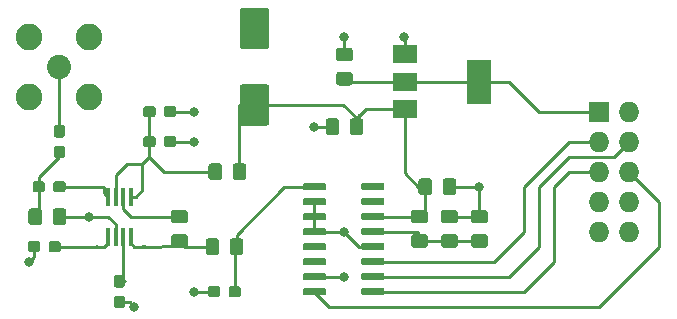
<source format=gbr>
G04 #@! TF.GenerationSoftware,KiCad,Pcbnew,5.1.5-52549c5~84~ubuntu18.04.1*
G04 #@! TF.CreationDate,2019-12-29T09:20:39+09:30*
G04 #@! TF.ProjectId,SpectrumAnalyser,53706563-7472-4756-9d41-6e616c797365,rev?*
G04 #@! TF.SameCoordinates,Original*
G04 #@! TF.FileFunction,Copper,L1,Top*
G04 #@! TF.FilePolarity,Positive*
%FSLAX46Y46*%
G04 Gerber Fmt 4.6, Leading zero omitted, Abs format (unit mm)*
G04 Created by KiCad (PCBNEW 5.1.5-52549c5~84~ubuntu18.04.1) date 2019-12-29 09:20:39*
%MOMM*%
%LPD*%
G04 APERTURE LIST*
%ADD10R,0.300000X1.600000*%
%ADD11C,0.100000*%
%ADD12C,2.050000*%
%ADD13C,2.250000*%
%ADD14R,1.727200X1.727200*%
%ADD15O,1.727200X1.727200*%
%ADD16R,2.000000X3.800000*%
%ADD17R,2.000000X1.500000*%
%ADD18C,0.800000*%
%ADD19C,0.250000*%
G04 APERTURE END LIST*
D10*
X161585000Y-101170000D03*
X162235000Y-101170000D03*
X162885000Y-101170000D03*
X163535000Y-101170000D03*
X163535000Y-104570000D03*
X162885000Y-104570000D03*
X162235000Y-104570000D03*
X161585000Y-104570000D03*
G04 #@! TA.AperFunction,SMDPad,CuDef*
D11*
G36*
X190849505Y-99631204D02*
G01*
X190873773Y-99634804D01*
X190897572Y-99640765D01*
X190920671Y-99649030D01*
X190942850Y-99659520D01*
X190963893Y-99672132D01*
X190983599Y-99686747D01*
X191001777Y-99703223D01*
X191018253Y-99721401D01*
X191032868Y-99741107D01*
X191045480Y-99762150D01*
X191055970Y-99784329D01*
X191064235Y-99807428D01*
X191070196Y-99831227D01*
X191073796Y-99855495D01*
X191075000Y-99879999D01*
X191075000Y-100780001D01*
X191073796Y-100804505D01*
X191070196Y-100828773D01*
X191064235Y-100852572D01*
X191055970Y-100875671D01*
X191045480Y-100897850D01*
X191032868Y-100918893D01*
X191018253Y-100938599D01*
X191001777Y-100956777D01*
X190983599Y-100973253D01*
X190963893Y-100987868D01*
X190942850Y-101000480D01*
X190920671Y-101010970D01*
X190897572Y-101019235D01*
X190873773Y-101025196D01*
X190849505Y-101028796D01*
X190825001Y-101030000D01*
X190174999Y-101030000D01*
X190150495Y-101028796D01*
X190126227Y-101025196D01*
X190102428Y-101019235D01*
X190079329Y-101010970D01*
X190057150Y-101000480D01*
X190036107Y-100987868D01*
X190016401Y-100973253D01*
X189998223Y-100956777D01*
X189981747Y-100938599D01*
X189967132Y-100918893D01*
X189954520Y-100897850D01*
X189944030Y-100875671D01*
X189935765Y-100852572D01*
X189929804Y-100828773D01*
X189926204Y-100804505D01*
X189925000Y-100780001D01*
X189925000Y-99879999D01*
X189926204Y-99855495D01*
X189929804Y-99831227D01*
X189935765Y-99807428D01*
X189944030Y-99784329D01*
X189954520Y-99762150D01*
X189967132Y-99741107D01*
X189981747Y-99721401D01*
X189998223Y-99703223D01*
X190016401Y-99686747D01*
X190036107Y-99672132D01*
X190057150Y-99659520D01*
X190079329Y-99649030D01*
X190102428Y-99640765D01*
X190126227Y-99634804D01*
X190150495Y-99631204D01*
X190174999Y-99630000D01*
X190825001Y-99630000D01*
X190849505Y-99631204D01*
G37*
G04 #@! TD.AperFunction*
G04 #@! TA.AperFunction,SMDPad,CuDef*
G36*
X188799505Y-99631204D02*
G01*
X188823773Y-99634804D01*
X188847572Y-99640765D01*
X188870671Y-99649030D01*
X188892850Y-99659520D01*
X188913893Y-99672132D01*
X188933599Y-99686747D01*
X188951777Y-99703223D01*
X188968253Y-99721401D01*
X188982868Y-99741107D01*
X188995480Y-99762150D01*
X189005970Y-99784329D01*
X189014235Y-99807428D01*
X189020196Y-99831227D01*
X189023796Y-99855495D01*
X189025000Y-99879999D01*
X189025000Y-100780001D01*
X189023796Y-100804505D01*
X189020196Y-100828773D01*
X189014235Y-100852572D01*
X189005970Y-100875671D01*
X188995480Y-100897850D01*
X188982868Y-100918893D01*
X188968253Y-100938599D01*
X188951777Y-100956777D01*
X188933599Y-100973253D01*
X188913893Y-100987868D01*
X188892850Y-101000480D01*
X188870671Y-101010970D01*
X188847572Y-101019235D01*
X188823773Y-101025196D01*
X188799505Y-101028796D01*
X188775001Y-101030000D01*
X188124999Y-101030000D01*
X188100495Y-101028796D01*
X188076227Y-101025196D01*
X188052428Y-101019235D01*
X188029329Y-101010970D01*
X188007150Y-101000480D01*
X187986107Y-100987868D01*
X187966401Y-100973253D01*
X187948223Y-100956777D01*
X187931747Y-100938599D01*
X187917132Y-100918893D01*
X187904520Y-100897850D01*
X187894030Y-100875671D01*
X187885765Y-100852572D01*
X187879804Y-100828773D01*
X187876204Y-100804505D01*
X187875000Y-100780001D01*
X187875000Y-99879999D01*
X187876204Y-99855495D01*
X187879804Y-99831227D01*
X187885765Y-99807428D01*
X187894030Y-99784329D01*
X187904520Y-99762150D01*
X187917132Y-99741107D01*
X187931747Y-99721401D01*
X187948223Y-99703223D01*
X187966401Y-99686747D01*
X187986107Y-99672132D01*
X188007150Y-99659520D01*
X188029329Y-99649030D01*
X188052428Y-99640765D01*
X188076227Y-99634804D01*
X188100495Y-99631204D01*
X188124999Y-99630000D01*
X188775001Y-99630000D01*
X188799505Y-99631204D01*
G37*
G04 #@! TD.AperFunction*
G04 #@! TA.AperFunction,SMDPad,CuDef*
G36*
X157740779Y-95121144D02*
G01*
X157763834Y-95124563D01*
X157786443Y-95130227D01*
X157808387Y-95138079D01*
X157829457Y-95148044D01*
X157849448Y-95160026D01*
X157868168Y-95173910D01*
X157885438Y-95189562D01*
X157901090Y-95206832D01*
X157914974Y-95225552D01*
X157926956Y-95245543D01*
X157936921Y-95266613D01*
X157944773Y-95288557D01*
X157950437Y-95311166D01*
X157953856Y-95334221D01*
X157955000Y-95357500D01*
X157955000Y-95932500D01*
X157953856Y-95955779D01*
X157950437Y-95978834D01*
X157944773Y-96001443D01*
X157936921Y-96023387D01*
X157926956Y-96044457D01*
X157914974Y-96064448D01*
X157901090Y-96083168D01*
X157885438Y-96100438D01*
X157868168Y-96116090D01*
X157849448Y-96129974D01*
X157829457Y-96141956D01*
X157808387Y-96151921D01*
X157786443Y-96159773D01*
X157763834Y-96165437D01*
X157740779Y-96168856D01*
X157717500Y-96170000D01*
X157242500Y-96170000D01*
X157219221Y-96168856D01*
X157196166Y-96165437D01*
X157173557Y-96159773D01*
X157151613Y-96151921D01*
X157130543Y-96141956D01*
X157110552Y-96129974D01*
X157091832Y-96116090D01*
X157074562Y-96100438D01*
X157058910Y-96083168D01*
X157045026Y-96064448D01*
X157033044Y-96044457D01*
X157023079Y-96023387D01*
X157015227Y-96001443D01*
X157009563Y-95978834D01*
X157006144Y-95955779D01*
X157005000Y-95932500D01*
X157005000Y-95357500D01*
X157006144Y-95334221D01*
X157009563Y-95311166D01*
X157015227Y-95288557D01*
X157023079Y-95266613D01*
X157033044Y-95245543D01*
X157045026Y-95225552D01*
X157058910Y-95206832D01*
X157074562Y-95189562D01*
X157091832Y-95173910D01*
X157110552Y-95160026D01*
X157130543Y-95148044D01*
X157151613Y-95138079D01*
X157173557Y-95130227D01*
X157196166Y-95124563D01*
X157219221Y-95121144D01*
X157242500Y-95120000D01*
X157717500Y-95120000D01*
X157740779Y-95121144D01*
G37*
G04 #@! TD.AperFunction*
G04 #@! TA.AperFunction,SMDPad,CuDef*
G36*
X157740779Y-96871144D02*
G01*
X157763834Y-96874563D01*
X157786443Y-96880227D01*
X157808387Y-96888079D01*
X157829457Y-96898044D01*
X157849448Y-96910026D01*
X157868168Y-96923910D01*
X157885438Y-96939562D01*
X157901090Y-96956832D01*
X157914974Y-96975552D01*
X157926956Y-96995543D01*
X157936921Y-97016613D01*
X157944773Y-97038557D01*
X157950437Y-97061166D01*
X157953856Y-97084221D01*
X157955000Y-97107500D01*
X157955000Y-97682500D01*
X157953856Y-97705779D01*
X157950437Y-97728834D01*
X157944773Y-97751443D01*
X157936921Y-97773387D01*
X157926956Y-97794457D01*
X157914974Y-97814448D01*
X157901090Y-97833168D01*
X157885438Y-97850438D01*
X157868168Y-97866090D01*
X157849448Y-97879974D01*
X157829457Y-97891956D01*
X157808387Y-97901921D01*
X157786443Y-97909773D01*
X157763834Y-97915437D01*
X157740779Y-97918856D01*
X157717500Y-97920000D01*
X157242500Y-97920000D01*
X157219221Y-97918856D01*
X157196166Y-97915437D01*
X157173557Y-97909773D01*
X157151613Y-97901921D01*
X157130543Y-97891956D01*
X157110552Y-97879974D01*
X157091832Y-97866090D01*
X157074562Y-97850438D01*
X157058910Y-97833168D01*
X157045026Y-97814448D01*
X157033044Y-97794457D01*
X157023079Y-97773387D01*
X157015227Y-97751443D01*
X157009563Y-97728834D01*
X157006144Y-97705779D01*
X157005000Y-97682500D01*
X157005000Y-97107500D01*
X157006144Y-97084221D01*
X157009563Y-97061166D01*
X157015227Y-97038557D01*
X157023079Y-97016613D01*
X157033044Y-96995543D01*
X157045026Y-96975552D01*
X157058910Y-96956832D01*
X157074562Y-96939562D01*
X157091832Y-96923910D01*
X157110552Y-96910026D01*
X157130543Y-96898044D01*
X157151613Y-96888079D01*
X157173557Y-96880227D01*
X157196166Y-96874563D01*
X157219221Y-96871144D01*
X157242500Y-96870000D01*
X157717500Y-96870000D01*
X157740779Y-96871144D01*
G37*
G04 #@! TD.AperFunction*
G04 #@! TA.AperFunction,SMDPad,CuDef*
G36*
X157790779Y-99856144D02*
G01*
X157813834Y-99859563D01*
X157836443Y-99865227D01*
X157858387Y-99873079D01*
X157879457Y-99883044D01*
X157899448Y-99895026D01*
X157918168Y-99908910D01*
X157935438Y-99924562D01*
X157951090Y-99941832D01*
X157964974Y-99960552D01*
X157976956Y-99980543D01*
X157986921Y-100001613D01*
X157994773Y-100023557D01*
X158000437Y-100046166D01*
X158003856Y-100069221D01*
X158005000Y-100092500D01*
X158005000Y-100567500D01*
X158003856Y-100590779D01*
X158000437Y-100613834D01*
X157994773Y-100636443D01*
X157986921Y-100658387D01*
X157976956Y-100679457D01*
X157964974Y-100699448D01*
X157951090Y-100718168D01*
X157935438Y-100735438D01*
X157918168Y-100751090D01*
X157899448Y-100764974D01*
X157879457Y-100776956D01*
X157858387Y-100786921D01*
X157836443Y-100794773D01*
X157813834Y-100800437D01*
X157790779Y-100803856D01*
X157767500Y-100805000D01*
X157192500Y-100805000D01*
X157169221Y-100803856D01*
X157146166Y-100800437D01*
X157123557Y-100794773D01*
X157101613Y-100786921D01*
X157080543Y-100776956D01*
X157060552Y-100764974D01*
X157041832Y-100751090D01*
X157024562Y-100735438D01*
X157008910Y-100718168D01*
X156995026Y-100699448D01*
X156983044Y-100679457D01*
X156973079Y-100658387D01*
X156965227Y-100636443D01*
X156959563Y-100613834D01*
X156956144Y-100590779D01*
X156955000Y-100567500D01*
X156955000Y-100092500D01*
X156956144Y-100069221D01*
X156959563Y-100046166D01*
X156965227Y-100023557D01*
X156973079Y-100001613D01*
X156983044Y-99980543D01*
X156995026Y-99960552D01*
X157008910Y-99941832D01*
X157024562Y-99924562D01*
X157041832Y-99908910D01*
X157060552Y-99895026D01*
X157080543Y-99883044D01*
X157101613Y-99873079D01*
X157123557Y-99865227D01*
X157146166Y-99859563D01*
X157169221Y-99856144D01*
X157192500Y-99855000D01*
X157767500Y-99855000D01*
X157790779Y-99856144D01*
G37*
G04 #@! TD.AperFunction*
G04 #@! TA.AperFunction,SMDPad,CuDef*
G36*
X156040779Y-99856144D02*
G01*
X156063834Y-99859563D01*
X156086443Y-99865227D01*
X156108387Y-99873079D01*
X156129457Y-99883044D01*
X156149448Y-99895026D01*
X156168168Y-99908910D01*
X156185438Y-99924562D01*
X156201090Y-99941832D01*
X156214974Y-99960552D01*
X156226956Y-99980543D01*
X156236921Y-100001613D01*
X156244773Y-100023557D01*
X156250437Y-100046166D01*
X156253856Y-100069221D01*
X156255000Y-100092500D01*
X156255000Y-100567500D01*
X156253856Y-100590779D01*
X156250437Y-100613834D01*
X156244773Y-100636443D01*
X156236921Y-100658387D01*
X156226956Y-100679457D01*
X156214974Y-100699448D01*
X156201090Y-100718168D01*
X156185438Y-100735438D01*
X156168168Y-100751090D01*
X156149448Y-100764974D01*
X156129457Y-100776956D01*
X156108387Y-100786921D01*
X156086443Y-100794773D01*
X156063834Y-100800437D01*
X156040779Y-100803856D01*
X156017500Y-100805000D01*
X155442500Y-100805000D01*
X155419221Y-100803856D01*
X155396166Y-100800437D01*
X155373557Y-100794773D01*
X155351613Y-100786921D01*
X155330543Y-100776956D01*
X155310552Y-100764974D01*
X155291832Y-100751090D01*
X155274562Y-100735438D01*
X155258910Y-100718168D01*
X155245026Y-100699448D01*
X155233044Y-100679457D01*
X155223079Y-100658387D01*
X155215227Y-100636443D01*
X155209563Y-100613834D01*
X155206144Y-100590779D01*
X155205000Y-100567500D01*
X155205000Y-100092500D01*
X155206144Y-100069221D01*
X155209563Y-100046166D01*
X155215227Y-100023557D01*
X155223079Y-100001613D01*
X155233044Y-99980543D01*
X155245026Y-99960552D01*
X155258910Y-99941832D01*
X155274562Y-99924562D01*
X155291832Y-99908910D01*
X155310552Y-99895026D01*
X155330543Y-99883044D01*
X155351613Y-99873079D01*
X155373557Y-99865227D01*
X155396166Y-99859563D01*
X155419221Y-99856144D01*
X155442500Y-99855000D01*
X156017500Y-99855000D01*
X156040779Y-99856144D01*
G37*
G04 #@! TD.AperFunction*
G04 #@! TA.AperFunction,SMDPad,CuDef*
G36*
X155645779Y-104936144D02*
G01*
X155668834Y-104939563D01*
X155691443Y-104945227D01*
X155713387Y-104953079D01*
X155734457Y-104963044D01*
X155754448Y-104975026D01*
X155773168Y-104988910D01*
X155790438Y-105004562D01*
X155806090Y-105021832D01*
X155819974Y-105040552D01*
X155831956Y-105060543D01*
X155841921Y-105081613D01*
X155849773Y-105103557D01*
X155855437Y-105126166D01*
X155858856Y-105149221D01*
X155860000Y-105172500D01*
X155860000Y-105647500D01*
X155858856Y-105670779D01*
X155855437Y-105693834D01*
X155849773Y-105716443D01*
X155841921Y-105738387D01*
X155831956Y-105759457D01*
X155819974Y-105779448D01*
X155806090Y-105798168D01*
X155790438Y-105815438D01*
X155773168Y-105831090D01*
X155754448Y-105844974D01*
X155734457Y-105856956D01*
X155713387Y-105866921D01*
X155691443Y-105874773D01*
X155668834Y-105880437D01*
X155645779Y-105883856D01*
X155622500Y-105885000D01*
X155047500Y-105885000D01*
X155024221Y-105883856D01*
X155001166Y-105880437D01*
X154978557Y-105874773D01*
X154956613Y-105866921D01*
X154935543Y-105856956D01*
X154915552Y-105844974D01*
X154896832Y-105831090D01*
X154879562Y-105815438D01*
X154863910Y-105798168D01*
X154850026Y-105779448D01*
X154838044Y-105759457D01*
X154828079Y-105738387D01*
X154820227Y-105716443D01*
X154814563Y-105693834D01*
X154811144Y-105670779D01*
X154810000Y-105647500D01*
X154810000Y-105172500D01*
X154811144Y-105149221D01*
X154814563Y-105126166D01*
X154820227Y-105103557D01*
X154828079Y-105081613D01*
X154838044Y-105060543D01*
X154850026Y-105040552D01*
X154863910Y-105021832D01*
X154879562Y-105004562D01*
X154896832Y-104988910D01*
X154915552Y-104975026D01*
X154935543Y-104963044D01*
X154956613Y-104953079D01*
X154978557Y-104945227D01*
X155001166Y-104939563D01*
X155024221Y-104936144D01*
X155047500Y-104935000D01*
X155622500Y-104935000D01*
X155645779Y-104936144D01*
G37*
G04 #@! TD.AperFunction*
G04 #@! TA.AperFunction,SMDPad,CuDef*
G36*
X157395779Y-104936144D02*
G01*
X157418834Y-104939563D01*
X157441443Y-104945227D01*
X157463387Y-104953079D01*
X157484457Y-104963044D01*
X157504448Y-104975026D01*
X157523168Y-104988910D01*
X157540438Y-105004562D01*
X157556090Y-105021832D01*
X157569974Y-105040552D01*
X157581956Y-105060543D01*
X157591921Y-105081613D01*
X157599773Y-105103557D01*
X157605437Y-105126166D01*
X157608856Y-105149221D01*
X157610000Y-105172500D01*
X157610000Y-105647500D01*
X157608856Y-105670779D01*
X157605437Y-105693834D01*
X157599773Y-105716443D01*
X157591921Y-105738387D01*
X157581956Y-105759457D01*
X157569974Y-105779448D01*
X157556090Y-105798168D01*
X157540438Y-105815438D01*
X157523168Y-105831090D01*
X157504448Y-105844974D01*
X157484457Y-105856956D01*
X157463387Y-105866921D01*
X157441443Y-105874773D01*
X157418834Y-105880437D01*
X157395779Y-105883856D01*
X157372500Y-105885000D01*
X156797500Y-105885000D01*
X156774221Y-105883856D01*
X156751166Y-105880437D01*
X156728557Y-105874773D01*
X156706613Y-105866921D01*
X156685543Y-105856956D01*
X156665552Y-105844974D01*
X156646832Y-105831090D01*
X156629562Y-105815438D01*
X156613910Y-105798168D01*
X156600026Y-105779448D01*
X156588044Y-105759457D01*
X156578079Y-105738387D01*
X156570227Y-105716443D01*
X156564563Y-105693834D01*
X156561144Y-105670779D01*
X156560000Y-105647500D01*
X156560000Y-105172500D01*
X156561144Y-105149221D01*
X156564563Y-105126166D01*
X156570227Y-105103557D01*
X156578079Y-105081613D01*
X156588044Y-105060543D01*
X156600026Y-105040552D01*
X156613910Y-105021832D01*
X156629562Y-105004562D01*
X156646832Y-104988910D01*
X156665552Y-104975026D01*
X156685543Y-104963044D01*
X156706613Y-104953079D01*
X156728557Y-104945227D01*
X156751166Y-104939563D01*
X156774221Y-104936144D01*
X156797500Y-104935000D01*
X157372500Y-104935000D01*
X157395779Y-104936144D01*
G37*
G04 #@! TD.AperFunction*
G04 #@! TA.AperFunction,SMDPad,CuDef*
G36*
X162820779Y-107821144D02*
G01*
X162843834Y-107824563D01*
X162866443Y-107830227D01*
X162888387Y-107838079D01*
X162909457Y-107848044D01*
X162929448Y-107860026D01*
X162948168Y-107873910D01*
X162965438Y-107889562D01*
X162981090Y-107906832D01*
X162994974Y-107925552D01*
X163006956Y-107945543D01*
X163016921Y-107966613D01*
X163024773Y-107988557D01*
X163030437Y-108011166D01*
X163033856Y-108034221D01*
X163035000Y-108057500D01*
X163035000Y-108632500D01*
X163033856Y-108655779D01*
X163030437Y-108678834D01*
X163024773Y-108701443D01*
X163016921Y-108723387D01*
X163006956Y-108744457D01*
X162994974Y-108764448D01*
X162981090Y-108783168D01*
X162965438Y-108800438D01*
X162948168Y-108816090D01*
X162929448Y-108829974D01*
X162909457Y-108841956D01*
X162888387Y-108851921D01*
X162866443Y-108859773D01*
X162843834Y-108865437D01*
X162820779Y-108868856D01*
X162797500Y-108870000D01*
X162322500Y-108870000D01*
X162299221Y-108868856D01*
X162276166Y-108865437D01*
X162253557Y-108859773D01*
X162231613Y-108851921D01*
X162210543Y-108841956D01*
X162190552Y-108829974D01*
X162171832Y-108816090D01*
X162154562Y-108800438D01*
X162138910Y-108783168D01*
X162125026Y-108764448D01*
X162113044Y-108744457D01*
X162103079Y-108723387D01*
X162095227Y-108701443D01*
X162089563Y-108678834D01*
X162086144Y-108655779D01*
X162085000Y-108632500D01*
X162085000Y-108057500D01*
X162086144Y-108034221D01*
X162089563Y-108011166D01*
X162095227Y-107988557D01*
X162103079Y-107966613D01*
X162113044Y-107945543D01*
X162125026Y-107925552D01*
X162138910Y-107906832D01*
X162154562Y-107889562D01*
X162171832Y-107873910D01*
X162190552Y-107860026D01*
X162210543Y-107848044D01*
X162231613Y-107838079D01*
X162253557Y-107830227D01*
X162276166Y-107824563D01*
X162299221Y-107821144D01*
X162322500Y-107820000D01*
X162797500Y-107820000D01*
X162820779Y-107821144D01*
G37*
G04 #@! TD.AperFunction*
G04 #@! TA.AperFunction,SMDPad,CuDef*
G36*
X162820779Y-109571144D02*
G01*
X162843834Y-109574563D01*
X162866443Y-109580227D01*
X162888387Y-109588079D01*
X162909457Y-109598044D01*
X162929448Y-109610026D01*
X162948168Y-109623910D01*
X162965438Y-109639562D01*
X162981090Y-109656832D01*
X162994974Y-109675552D01*
X163006956Y-109695543D01*
X163016921Y-109716613D01*
X163024773Y-109738557D01*
X163030437Y-109761166D01*
X163033856Y-109784221D01*
X163035000Y-109807500D01*
X163035000Y-110382500D01*
X163033856Y-110405779D01*
X163030437Y-110428834D01*
X163024773Y-110451443D01*
X163016921Y-110473387D01*
X163006956Y-110494457D01*
X162994974Y-110514448D01*
X162981090Y-110533168D01*
X162965438Y-110550438D01*
X162948168Y-110566090D01*
X162929448Y-110579974D01*
X162909457Y-110591956D01*
X162888387Y-110601921D01*
X162866443Y-110609773D01*
X162843834Y-110615437D01*
X162820779Y-110618856D01*
X162797500Y-110620000D01*
X162322500Y-110620000D01*
X162299221Y-110618856D01*
X162276166Y-110615437D01*
X162253557Y-110609773D01*
X162231613Y-110601921D01*
X162210543Y-110591956D01*
X162190552Y-110579974D01*
X162171832Y-110566090D01*
X162154562Y-110550438D01*
X162138910Y-110533168D01*
X162125026Y-110514448D01*
X162113044Y-110494457D01*
X162103079Y-110473387D01*
X162095227Y-110451443D01*
X162089563Y-110428834D01*
X162086144Y-110405779D01*
X162085000Y-110382500D01*
X162085000Y-109807500D01*
X162086144Y-109784221D01*
X162089563Y-109761166D01*
X162095227Y-109738557D01*
X162103079Y-109716613D01*
X162113044Y-109695543D01*
X162125026Y-109675552D01*
X162138910Y-109656832D01*
X162154562Y-109639562D01*
X162171832Y-109623910D01*
X162190552Y-109610026D01*
X162210543Y-109598044D01*
X162231613Y-109588079D01*
X162253557Y-109580227D01*
X162276166Y-109574563D01*
X162299221Y-109571144D01*
X162322500Y-109570000D01*
X162797500Y-109570000D01*
X162820779Y-109571144D01*
G37*
G04 #@! TD.AperFunction*
G04 #@! TA.AperFunction,SMDPad,CuDef*
G36*
X167160779Y-96046144D02*
G01*
X167183834Y-96049563D01*
X167206443Y-96055227D01*
X167228387Y-96063079D01*
X167249457Y-96073044D01*
X167269448Y-96085026D01*
X167288168Y-96098910D01*
X167305438Y-96114562D01*
X167321090Y-96131832D01*
X167334974Y-96150552D01*
X167346956Y-96170543D01*
X167356921Y-96191613D01*
X167364773Y-96213557D01*
X167370437Y-96236166D01*
X167373856Y-96259221D01*
X167375000Y-96282500D01*
X167375000Y-96757500D01*
X167373856Y-96780779D01*
X167370437Y-96803834D01*
X167364773Y-96826443D01*
X167356921Y-96848387D01*
X167346956Y-96869457D01*
X167334974Y-96889448D01*
X167321090Y-96908168D01*
X167305438Y-96925438D01*
X167288168Y-96941090D01*
X167269448Y-96954974D01*
X167249457Y-96966956D01*
X167228387Y-96976921D01*
X167206443Y-96984773D01*
X167183834Y-96990437D01*
X167160779Y-96993856D01*
X167137500Y-96995000D01*
X166562500Y-96995000D01*
X166539221Y-96993856D01*
X166516166Y-96990437D01*
X166493557Y-96984773D01*
X166471613Y-96976921D01*
X166450543Y-96966956D01*
X166430552Y-96954974D01*
X166411832Y-96941090D01*
X166394562Y-96925438D01*
X166378910Y-96908168D01*
X166365026Y-96889448D01*
X166353044Y-96869457D01*
X166343079Y-96848387D01*
X166335227Y-96826443D01*
X166329563Y-96803834D01*
X166326144Y-96780779D01*
X166325000Y-96757500D01*
X166325000Y-96282500D01*
X166326144Y-96259221D01*
X166329563Y-96236166D01*
X166335227Y-96213557D01*
X166343079Y-96191613D01*
X166353044Y-96170543D01*
X166365026Y-96150552D01*
X166378910Y-96131832D01*
X166394562Y-96114562D01*
X166411832Y-96098910D01*
X166430552Y-96085026D01*
X166450543Y-96073044D01*
X166471613Y-96063079D01*
X166493557Y-96055227D01*
X166516166Y-96049563D01*
X166539221Y-96046144D01*
X166562500Y-96045000D01*
X167137500Y-96045000D01*
X167160779Y-96046144D01*
G37*
G04 #@! TD.AperFunction*
G04 #@! TA.AperFunction,SMDPad,CuDef*
G36*
X165410779Y-96046144D02*
G01*
X165433834Y-96049563D01*
X165456443Y-96055227D01*
X165478387Y-96063079D01*
X165499457Y-96073044D01*
X165519448Y-96085026D01*
X165538168Y-96098910D01*
X165555438Y-96114562D01*
X165571090Y-96131832D01*
X165584974Y-96150552D01*
X165596956Y-96170543D01*
X165606921Y-96191613D01*
X165614773Y-96213557D01*
X165620437Y-96236166D01*
X165623856Y-96259221D01*
X165625000Y-96282500D01*
X165625000Y-96757500D01*
X165623856Y-96780779D01*
X165620437Y-96803834D01*
X165614773Y-96826443D01*
X165606921Y-96848387D01*
X165596956Y-96869457D01*
X165584974Y-96889448D01*
X165571090Y-96908168D01*
X165555438Y-96925438D01*
X165538168Y-96941090D01*
X165519448Y-96954974D01*
X165499457Y-96966956D01*
X165478387Y-96976921D01*
X165456443Y-96984773D01*
X165433834Y-96990437D01*
X165410779Y-96993856D01*
X165387500Y-96995000D01*
X164812500Y-96995000D01*
X164789221Y-96993856D01*
X164766166Y-96990437D01*
X164743557Y-96984773D01*
X164721613Y-96976921D01*
X164700543Y-96966956D01*
X164680552Y-96954974D01*
X164661832Y-96941090D01*
X164644562Y-96925438D01*
X164628910Y-96908168D01*
X164615026Y-96889448D01*
X164603044Y-96869457D01*
X164593079Y-96848387D01*
X164585227Y-96826443D01*
X164579563Y-96803834D01*
X164576144Y-96780779D01*
X164575000Y-96757500D01*
X164575000Y-96282500D01*
X164576144Y-96259221D01*
X164579563Y-96236166D01*
X164585227Y-96213557D01*
X164593079Y-96191613D01*
X164603044Y-96170543D01*
X164615026Y-96150552D01*
X164628910Y-96131832D01*
X164644562Y-96114562D01*
X164661832Y-96098910D01*
X164680552Y-96085026D01*
X164700543Y-96073044D01*
X164721613Y-96063079D01*
X164743557Y-96055227D01*
X164766166Y-96049563D01*
X164789221Y-96046144D01*
X164812500Y-96045000D01*
X165387500Y-96045000D01*
X165410779Y-96046144D01*
G37*
G04 #@! TD.AperFunction*
G04 #@! TA.AperFunction,SMDPad,CuDef*
G36*
X165410779Y-93506144D02*
G01*
X165433834Y-93509563D01*
X165456443Y-93515227D01*
X165478387Y-93523079D01*
X165499457Y-93533044D01*
X165519448Y-93545026D01*
X165538168Y-93558910D01*
X165555438Y-93574562D01*
X165571090Y-93591832D01*
X165584974Y-93610552D01*
X165596956Y-93630543D01*
X165606921Y-93651613D01*
X165614773Y-93673557D01*
X165620437Y-93696166D01*
X165623856Y-93719221D01*
X165625000Y-93742500D01*
X165625000Y-94217500D01*
X165623856Y-94240779D01*
X165620437Y-94263834D01*
X165614773Y-94286443D01*
X165606921Y-94308387D01*
X165596956Y-94329457D01*
X165584974Y-94349448D01*
X165571090Y-94368168D01*
X165555438Y-94385438D01*
X165538168Y-94401090D01*
X165519448Y-94414974D01*
X165499457Y-94426956D01*
X165478387Y-94436921D01*
X165456443Y-94444773D01*
X165433834Y-94450437D01*
X165410779Y-94453856D01*
X165387500Y-94455000D01*
X164812500Y-94455000D01*
X164789221Y-94453856D01*
X164766166Y-94450437D01*
X164743557Y-94444773D01*
X164721613Y-94436921D01*
X164700543Y-94426956D01*
X164680552Y-94414974D01*
X164661832Y-94401090D01*
X164644562Y-94385438D01*
X164628910Y-94368168D01*
X164615026Y-94349448D01*
X164603044Y-94329457D01*
X164593079Y-94308387D01*
X164585227Y-94286443D01*
X164579563Y-94263834D01*
X164576144Y-94240779D01*
X164575000Y-94217500D01*
X164575000Y-93742500D01*
X164576144Y-93719221D01*
X164579563Y-93696166D01*
X164585227Y-93673557D01*
X164593079Y-93651613D01*
X164603044Y-93630543D01*
X164615026Y-93610552D01*
X164628910Y-93591832D01*
X164644562Y-93574562D01*
X164661832Y-93558910D01*
X164680552Y-93545026D01*
X164700543Y-93533044D01*
X164721613Y-93523079D01*
X164743557Y-93515227D01*
X164766166Y-93509563D01*
X164789221Y-93506144D01*
X164812500Y-93505000D01*
X165387500Y-93505000D01*
X165410779Y-93506144D01*
G37*
G04 #@! TD.AperFunction*
G04 #@! TA.AperFunction,SMDPad,CuDef*
G36*
X167160779Y-93506144D02*
G01*
X167183834Y-93509563D01*
X167206443Y-93515227D01*
X167228387Y-93523079D01*
X167249457Y-93533044D01*
X167269448Y-93545026D01*
X167288168Y-93558910D01*
X167305438Y-93574562D01*
X167321090Y-93591832D01*
X167334974Y-93610552D01*
X167346956Y-93630543D01*
X167356921Y-93651613D01*
X167364773Y-93673557D01*
X167370437Y-93696166D01*
X167373856Y-93719221D01*
X167375000Y-93742500D01*
X167375000Y-94217500D01*
X167373856Y-94240779D01*
X167370437Y-94263834D01*
X167364773Y-94286443D01*
X167356921Y-94308387D01*
X167346956Y-94329457D01*
X167334974Y-94349448D01*
X167321090Y-94368168D01*
X167305438Y-94385438D01*
X167288168Y-94401090D01*
X167269448Y-94414974D01*
X167249457Y-94426956D01*
X167228387Y-94436921D01*
X167206443Y-94444773D01*
X167183834Y-94450437D01*
X167160779Y-94453856D01*
X167137500Y-94455000D01*
X166562500Y-94455000D01*
X166539221Y-94453856D01*
X166516166Y-94450437D01*
X166493557Y-94444773D01*
X166471613Y-94436921D01*
X166450543Y-94426956D01*
X166430552Y-94414974D01*
X166411832Y-94401090D01*
X166394562Y-94385438D01*
X166378910Y-94368168D01*
X166365026Y-94349448D01*
X166353044Y-94329457D01*
X166343079Y-94308387D01*
X166335227Y-94286443D01*
X166329563Y-94263834D01*
X166326144Y-94240779D01*
X166325000Y-94217500D01*
X166325000Y-93742500D01*
X166326144Y-93719221D01*
X166329563Y-93696166D01*
X166335227Y-93673557D01*
X166343079Y-93651613D01*
X166353044Y-93630543D01*
X166365026Y-93610552D01*
X166378910Y-93591832D01*
X166394562Y-93574562D01*
X166411832Y-93558910D01*
X166430552Y-93545026D01*
X166450543Y-93533044D01*
X166471613Y-93523079D01*
X166493557Y-93515227D01*
X166516166Y-93509563D01*
X166539221Y-93506144D01*
X166562500Y-93505000D01*
X167137500Y-93505000D01*
X167160779Y-93506144D01*
G37*
G04 #@! TD.AperFunction*
G04 #@! TA.AperFunction,SMDPad,CuDef*
G36*
X172635779Y-108746144D02*
G01*
X172658834Y-108749563D01*
X172681443Y-108755227D01*
X172703387Y-108763079D01*
X172724457Y-108773044D01*
X172744448Y-108785026D01*
X172763168Y-108798910D01*
X172780438Y-108814562D01*
X172796090Y-108831832D01*
X172809974Y-108850552D01*
X172821956Y-108870543D01*
X172831921Y-108891613D01*
X172839773Y-108913557D01*
X172845437Y-108936166D01*
X172848856Y-108959221D01*
X172850000Y-108982500D01*
X172850000Y-109457500D01*
X172848856Y-109480779D01*
X172845437Y-109503834D01*
X172839773Y-109526443D01*
X172831921Y-109548387D01*
X172821956Y-109569457D01*
X172809974Y-109589448D01*
X172796090Y-109608168D01*
X172780438Y-109625438D01*
X172763168Y-109641090D01*
X172744448Y-109654974D01*
X172724457Y-109666956D01*
X172703387Y-109676921D01*
X172681443Y-109684773D01*
X172658834Y-109690437D01*
X172635779Y-109693856D01*
X172612500Y-109695000D01*
X172037500Y-109695000D01*
X172014221Y-109693856D01*
X171991166Y-109690437D01*
X171968557Y-109684773D01*
X171946613Y-109676921D01*
X171925543Y-109666956D01*
X171905552Y-109654974D01*
X171886832Y-109641090D01*
X171869562Y-109625438D01*
X171853910Y-109608168D01*
X171840026Y-109589448D01*
X171828044Y-109569457D01*
X171818079Y-109548387D01*
X171810227Y-109526443D01*
X171804563Y-109503834D01*
X171801144Y-109480779D01*
X171800000Y-109457500D01*
X171800000Y-108982500D01*
X171801144Y-108959221D01*
X171804563Y-108936166D01*
X171810227Y-108913557D01*
X171818079Y-108891613D01*
X171828044Y-108870543D01*
X171840026Y-108850552D01*
X171853910Y-108831832D01*
X171869562Y-108814562D01*
X171886832Y-108798910D01*
X171905552Y-108785026D01*
X171925543Y-108773044D01*
X171946613Y-108763079D01*
X171968557Y-108755227D01*
X171991166Y-108749563D01*
X172014221Y-108746144D01*
X172037500Y-108745000D01*
X172612500Y-108745000D01*
X172635779Y-108746144D01*
G37*
G04 #@! TD.AperFunction*
G04 #@! TA.AperFunction,SMDPad,CuDef*
G36*
X170885779Y-108746144D02*
G01*
X170908834Y-108749563D01*
X170931443Y-108755227D01*
X170953387Y-108763079D01*
X170974457Y-108773044D01*
X170994448Y-108785026D01*
X171013168Y-108798910D01*
X171030438Y-108814562D01*
X171046090Y-108831832D01*
X171059974Y-108850552D01*
X171071956Y-108870543D01*
X171081921Y-108891613D01*
X171089773Y-108913557D01*
X171095437Y-108936166D01*
X171098856Y-108959221D01*
X171100000Y-108982500D01*
X171100000Y-109457500D01*
X171098856Y-109480779D01*
X171095437Y-109503834D01*
X171089773Y-109526443D01*
X171081921Y-109548387D01*
X171071956Y-109569457D01*
X171059974Y-109589448D01*
X171046090Y-109608168D01*
X171030438Y-109625438D01*
X171013168Y-109641090D01*
X170994448Y-109654974D01*
X170974457Y-109666956D01*
X170953387Y-109676921D01*
X170931443Y-109684773D01*
X170908834Y-109690437D01*
X170885779Y-109693856D01*
X170862500Y-109695000D01*
X170287500Y-109695000D01*
X170264221Y-109693856D01*
X170241166Y-109690437D01*
X170218557Y-109684773D01*
X170196613Y-109676921D01*
X170175543Y-109666956D01*
X170155552Y-109654974D01*
X170136832Y-109641090D01*
X170119562Y-109625438D01*
X170103910Y-109608168D01*
X170090026Y-109589448D01*
X170078044Y-109569457D01*
X170068079Y-109548387D01*
X170060227Y-109526443D01*
X170054563Y-109503834D01*
X170051144Y-109480779D01*
X170050000Y-109457500D01*
X170050000Y-108982500D01*
X170051144Y-108959221D01*
X170054563Y-108936166D01*
X170060227Y-108913557D01*
X170068079Y-108891613D01*
X170078044Y-108870543D01*
X170090026Y-108850552D01*
X170103910Y-108831832D01*
X170119562Y-108814562D01*
X170136832Y-108798910D01*
X170155552Y-108785026D01*
X170175543Y-108773044D01*
X170196613Y-108763079D01*
X170218557Y-108755227D01*
X170241166Y-108749563D01*
X170264221Y-108746144D01*
X170287500Y-108745000D01*
X170862500Y-108745000D01*
X170885779Y-108746144D01*
G37*
G04 #@! TD.AperFunction*
G04 #@! TA.AperFunction,SMDPad,CuDef*
G36*
X175014504Y-91671204D02*
G01*
X175038773Y-91674804D01*
X175062571Y-91680765D01*
X175085671Y-91689030D01*
X175107849Y-91699520D01*
X175128893Y-91712133D01*
X175148598Y-91726747D01*
X175166777Y-91743223D01*
X175183253Y-91761402D01*
X175197867Y-91781107D01*
X175210480Y-91802151D01*
X175220970Y-91824329D01*
X175229235Y-91847429D01*
X175235196Y-91871227D01*
X175238796Y-91895496D01*
X175240000Y-91920000D01*
X175240000Y-94920000D01*
X175238796Y-94944504D01*
X175235196Y-94968773D01*
X175229235Y-94992571D01*
X175220970Y-95015671D01*
X175210480Y-95037849D01*
X175197867Y-95058893D01*
X175183253Y-95078598D01*
X175166777Y-95096777D01*
X175148598Y-95113253D01*
X175128893Y-95127867D01*
X175107849Y-95140480D01*
X175085671Y-95150970D01*
X175062571Y-95159235D01*
X175038773Y-95165196D01*
X175014504Y-95168796D01*
X174990000Y-95170000D01*
X172990000Y-95170000D01*
X172965496Y-95168796D01*
X172941227Y-95165196D01*
X172917429Y-95159235D01*
X172894329Y-95150970D01*
X172872151Y-95140480D01*
X172851107Y-95127867D01*
X172831402Y-95113253D01*
X172813223Y-95096777D01*
X172796747Y-95078598D01*
X172782133Y-95058893D01*
X172769520Y-95037849D01*
X172759030Y-95015671D01*
X172750765Y-94992571D01*
X172744804Y-94968773D01*
X172741204Y-94944504D01*
X172740000Y-94920000D01*
X172740000Y-91920000D01*
X172741204Y-91895496D01*
X172744804Y-91871227D01*
X172750765Y-91847429D01*
X172759030Y-91824329D01*
X172769520Y-91802151D01*
X172782133Y-91781107D01*
X172796747Y-91761402D01*
X172813223Y-91743223D01*
X172831402Y-91726747D01*
X172851107Y-91712133D01*
X172872151Y-91699520D01*
X172894329Y-91689030D01*
X172917429Y-91680765D01*
X172941227Y-91674804D01*
X172965496Y-91671204D01*
X172990000Y-91670000D01*
X174990000Y-91670000D01*
X175014504Y-91671204D01*
G37*
G04 #@! TD.AperFunction*
G04 #@! TA.AperFunction,SMDPad,CuDef*
G36*
X175014504Y-85171204D02*
G01*
X175038773Y-85174804D01*
X175062571Y-85180765D01*
X175085671Y-85189030D01*
X175107849Y-85199520D01*
X175128893Y-85212133D01*
X175148598Y-85226747D01*
X175166777Y-85243223D01*
X175183253Y-85261402D01*
X175197867Y-85281107D01*
X175210480Y-85302151D01*
X175220970Y-85324329D01*
X175229235Y-85347429D01*
X175235196Y-85371227D01*
X175238796Y-85395496D01*
X175240000Y-85420000D01*
X175240000Y-88420000D01*
X175238796Y-88444504D01*
X175235196Y-88468773D01*
X175229235Y-88492571D01*
X175220970Y-88515671D01*
X175210480Y-88537849D01*
X175197867Y-88558893D01*
X175183253Y-88578598D01*
X175166777Y-88596777D01*
X175148598Y-88613253D01*
X175128893Y-88627867D01*
X175107849Y-88640480D01*
X175085671Y-88650970D01*
X175062571Y-88659235D01*
X175038773Y-88665196D01*
X175014504Y-88668796D01*
X174990000Y-88670000D01*
X172990000Y-88670000D01*
X172965496Y-88668796D01*
X172941227Y-88665196D01*
X172917429Y-88659235D01*
X172894329Y-88650970D01*
X172872151Y-88640480D01*
X172851107Y-88627867D01*
X172831402Y-88613253D01*
X172813223Y-88596777D01*
X172796747Y-88578598D01*
X172782133Y-88558893D01*
X172769520Y-88537849D01*
X172759030Y-88515671D01*
X172750765Y-88492571D01*
X172744804Y-88468773D01*
X172741204Y-88444504D01*
X172740000Y-88420000D01*
X172740000Y-85420000D01*
X172741204Y-85395496D01*
X172744804Y-85371227D01*
X172750765Y-85347429D01*
X172759030Y-85324329D01*
X172769520Y-85302151D01*
X172782133Y-85281107D01*
X172796747Y-85261402D01*
X172813223Y-85243223D01*
X172831402Y-85226747D01*
X172851107Y-85212133D01*
X172872151Y-85199520D01*
X172894329Y-85189030D01*
X172917429Y-85180765D01*
X172941227Y-85174804D01*
X172965496Y-85171204D01*
X172990000Y-85170000D01*
X174990000Y-85170000D01*
X175014504Y-85171204D01*
G37*
G04 #@! TD.AperFunction*
G04 #@! TA.AperFunction,SMDPad,CuDef*
G36*
X190974505Y-102296204D02*
G01*
X190998773Y-102299804D01*
X191022572Y-102305765D01*
X191045671Y-102314030D01*
X191067850Y-102324520D01*
X191088893Y-102337132D01*
X191108599Y-102351747D01*
X191126777Y-102368223D01*
X191143253Y-102386401D01*
X191157868Y-102406107D01*
X191170480Y-102427150D01*
X191180970Y-102449329D01*
X191189235Y-102472428D01*
X191195196Y-102496227D01*
X191198796Y-102520495D01*
X191200000Y-102544999D01*
X191200000Y-103195001D01*
X191198796Y-103219505D01*
X191195196Y-103243773D01*
X191189235Y-103267572D01*
X191180970Y-103290671D01*
X191170480Y-103312850D01*
X191157868Y-103333893D01*
X191143253Y-103353599D01*
X191126777Y-103371777D01*
X191108599Y-103388253D01*
X191088893Y-103402868D01*
X191067850Y-103415480D01*
X191045671Y-103425970D01*
X191022572Y-103434235D01*
X190998773Y-103440196D01*
X190974505Y-103443796D01*
X190950001Y-103445000D01*
X190049999Y-103445000D01*
X190025495Y-103443796D01*
X190001227Y-103440196D01*
X189977428Y-103434235D01*
X189954329Y-103425970D01*
X189932150Y-103415480D01*
X189911107Y-103402868D01*
X189891401Y-103388253D01*
X189873223Y-103371777D01*
X189856747Y-103353599D01*
X189842132Y-103333893D01*
X189829520Y-103312850D01*
X189819030Y-103290671D01*
X189810765Y-103267572D01*
X189804804Y-103243773D01*
X189801204Y-103219505D01*
X189800000Y-103195001D01*
X189800000Y-102544999D01*
X189801204Y-102520495D01*
X189804804Y-102496227D01*
X189810765Y-102472428D01*
X189819030Y-102449329D01*
X189829520Y-102427150D01*
X189842132Y-102406107D01*
X189856747Y-102386401D01*
X189873223Y-102368223D01*
X189891401Y-102351747D01*
X189911107Y-102337132D01*
X189932150Y-102324520D01*
X189954329Y-102314030D01*
X189977428Y-102305765D01*
X190001227Y-102299804D01*
X190025495Y-102296204D01*
X190049999Y-102295000D01*
X190950001Y-102295000D01*
X190974505Y-102296204D01*
G37*
G04 #@! TD.AperFunction*
G04 #@! TA.AperFunction,SMDPad,CuDef*
G36*
X190974505Y-104346204D02*
G01*
X190998773Y-104349804D01*
X191022572Y-104355765D01*
X191045671Y-104364030D01*
X191067850Y-104374520D01*
X191088893Y-104387132D01*
X191108599Y-104401747D01*
X191126777Y-104418223D01*
X191143253Y-104436401D01*
X191157868Y-104456107D01*
X191170480Y-104477150D01*
X191180970Y-104499329D01*
X191189235Y-104522428D01*
X191195196Y-104546227D01*
X191198796Y-104570495D01*
X191200000Y-104594999D01*
X191200000Y-105245001D01*
X191198796Y-105269505D01*
X191195196Y-105293773D01*
X191189235Y-105317572D01*
X191180970Y-105340671D01*
X191170480Y-105362850D01*
X191157868Y-105383893D01*
X191143253Y-105403599D01*
X191126777Y-105421777D01*
X191108599Y-105438253D01*
X191088893Y-105452868D01*
X191067850Y-105465480D01*
X191045671Y-105475970D01*
X191022572Y-105484235D01*
X190998773Y-105490196D01*
X190974505Y-105493796D01*
X190950001Y-105495000D01*
X190049999Y-105495000D01*
X190025495Y-105493796D01*
X190001227Y-105490196D01*
X189977428Y-105484235D01*
X189954329Y-105475970D01*
X189932150Y-105465480D01*
X189911107Y-105452868D01*
X189891401Y-105438253D01*
X189873223Y-105421777D01*
X189856747Y-105403599D01*
X189842132Y-105383893D01*
X189829520Y-105362850D01*
X189819030Y-105340671D01*
X189810765Y-105317572D01*
X189804804Y-105293773D01*
X189801204Y-105269505D01*
X189800000Y-105245001D01*
X189800000Y-104594999D01*
X189801204Y-104570495D01*
X189804804Y-104546227D01*
X189810765Y-104522428D01*
X189819030Y-104499329D01*
X189829520Y-104477150D01*
X189842132Y-104456107D01*
X189856747Y-104436401D01*
X189873223Y-104418223D01*
X189891401Y-104401747D01*
X189911107Y-104387132D01*
X189932150Y-104374520D01*
X189954329Y-104364030D01*
X189977428Y-104355765D01*
X190001227Y-104349804D01*
X190025495Y-104346204D01*
X190049999Y-104345000D01*
X190950001Y-104345000D01*
X190974505Y-104346204D01*
G37*
G04 #@! TD.AperFunction*
G04 #@! TA.AperFunction,SMDPad,CuDef*
G36*
X182984505Y-94551204D02*
G01*
X183008773Y-94554804D01*
X183032572Y-94560765D01*
X183055671Y-94569030D01*
X183077850Y-94579520D01*
X183098893Y-94592132D01*
X183118599Y-94606747D01*
X183136777Y-94623223D01*
X183153253Y-94641401D01*
X183167868Y-94661107D01*
X183180480Y-94682150D01*
X183190970Y-94704329D01*
X183199235Y-94727428D01*
X183205196Y-94751227D01*
X183208796Y-94775495D01*
X183210000Y-94799999D01*
X183210000Y-95700001D01*
X183208796Y-95724505D01*
X183205196Y-95748773D01*
X183199235Y-95772572D01*
X183190970Y-95795671D01*
X183180480Y-95817850D01*
X183167868Y-95838893D01*
X183153253Y-95858599D01*
X183136777Y-95876777D01*
X183118599Y-95893253D01*
X183098893Y-95907868D01*
X183077850Y-95920480D01*
X183055671Y-95930970D01*
X183032572Y-95939235D01*
X183008773Y-95945196D01*
X182984505Y-95948796D01*
X182960001Y-95950000D01*
X182309999Y-95950000D01*
X182285495Y-95948796D01*
X182261227Y-95945196D01*
X182237428Y-95939235D01*
X182214329Y-95930970D01*
X182192150Y-95920480D01*
X182171107Y-95907868D01*
X182151401Y-95893253D01*
X182133223Y-95876777D01*
X182116747Y-95858599D01*
X182102132Y-95838893D01*
X182089520Y-95817850D01*
X182079030Y-95795671D01*
X182070765Y-95772572D01*
X182064804Y-95748773D01*
X182061204Y-95724505D01*
X182060000Y-95700001D01*
X182060000Y-94799999D01*
X182061204Y-94775495D01*
X182064804Y-94751227D01*
X182070765Y-94727428D01*
X182079030Y-94704329D01*
X182089520Y-94682150D01*
X182102132Y-94661107D01*
X182116747Y-94641401D01*
X182133223Y-94623223D01*
X182151401Y-94606747D01*
X182171107Y-94592132D01*
X182192150Y-94579520D01*
X182214329Y-94569030D01*
X182237428Y-94560765D01*
X182261227Y-94554804D01*
X182285495Y-94551204D01*
X182309999Y-94550000D01*
X182960001Y-94550000D01*
X182984505Y-94551204D01*
G37*
G04 #@! TD.AperFunction*
G04 #@! TA.AperFunction,SMDPad,CuDef*
G36*
X180934505Y-94551204D02*
G01*
X180958773Y-94554804D01*
X180982572Y-94560765D01*
X181005671Y-94569030D01*
X181027850Y-94579520D01*
X181048893Y-94592132D01*
X181068599Y-94606747D01*
X181086777Y-94623223D01*
X181103253Y-94641401D01*
X181117868Y-94661107D01*
X181130480Y-94682150D01*
X181140970Y-94704329D01*
X181149235Y-94727428D01*
X181155196Y-94751227D01*
X181158796Y-94775495D01*
X181160000Y-94799999D01*
X181160000Y-95700001D01*
X181158796Y-95724505D01*
X181155196Y-95748773D01*
X181149235Y-95772572D01*
X181140970Y-95795671D01*
X181130480Y-95817850D01*
X181117868Y-95838893D01*
X181103253Y-95858599D01*
X181086777Y-95876777D01*
X181068599Y-95893253D01*
X181048893Y-95907868D01*
X181027850Y-95920480D01*
X181005671Y-95930970D01*
X180982572Y-95939235D01*
X180958773Y-95945196D01*
X180934505Y-95948796D01*
X180910001Y-95950000D01*
X180259999Y-95950000D01*
X180235495Y-95948796D01*
X180211227Y-95945196D01*
X180187428Y-95939235D01*
X180164329Y-95930970D01*
X180142150Y-95920480D01*
X180121107Y-95907868D01*
X180101401Y-95893253D01*
X180083223Y-95876777D01*
X180066747Y-95858599D01*
X180052132Y-95838893D01*
X180039520Y-95817850D01*
X180029030Y-95795671D01*
X180020765Y-95772572D01*
X180014804Y-95748773D01*
X180011204Y-95724505D01*
X180010000Y-95700001D01*
X180010000Y-94799999D01*
X180011204Y-94775495D01*
X180014804Y-94751227D01*
X180020765Y-94727428D01*
X180029030Y-94704329D01*
X180039520Y-94682150D01*
X180052132Y-94661107D01*
X180066747Y-94641401D01*
X180083223Y-94623223D01*
X180101401Y-94606747D01*
X180121107Y-94592132D01*
X180142150Y-94579520D01*
X180164329Y-94569030D01*
X180187428Y-94560765D01*
X180211227Y-94554804D01*
X180235495Y-94551204D01*
X180259999Y-94550000D01*
X180910001Y-94550000D01*
X180934505Y-94551204D01*
G37*
G04 #@! TD.AperFunction*
G04 #@! TA.AperFunction,SMDPad,CuDef*
G36*
X182084505Y-90621204D02*
G01*
X182108773Y-90624804D01*
X182132572Y-90630765D01*
X182155671Y-90639030D01*
X182177850Y-90649520D01*
X182198893Y-90662132D01*
X182218599Y-90676747D01*
X182236777Y-90693223D01*
X182253253Y-90711401D01*
X182267868Y-90731107D01*
X182280480Y-90752150D01*
X182290970Y-90774329D01*
X182299235Y-90797428D01*
X182305196Y-90821227D01*
X182308796Y-90845495D01*
X182310000Y-90869999D01*
X182310000Y-91520001D01*
X182308796Y-91544505D01*
X182305196Y-91568773D01*
X182299235Y-91592572D01*
X182290970Y-91615671D01*
X182280480Y-91637850D01*
X182267868Y-91658893D01*
X182253253Y-91678599D01*
X182236777Y-91696777D01*
X182218599Y-91713253D01*
X182198893Y-91727868D01*
X182177850Y-91740480D01*
X182155671Y-91750970D01*
X182132572Y-91759235D01*
X182108773Y-91765196D01*
X182084505Y-91768796D01*
X182060001Y-91770000D01*
X181159999Y-91770000D01*
X181135495Y-91768796D01*
X181111227Y-91765196D01*
X181087428Y-91759235D01*
X181064329Y-91750970D01*
X181042150Y-91740480D01*
X181021107Y-91727868D01*
X181001401Y-91713253D01*
X180983223Y-91696777D01*
X180966747Y-91678599D01*
X180952132Y-91658893D01*
X180939520Y-91637850D01*
X180929030Y-91615671D01*
X180920765Y-91592572D01*
X180914804Y-91568773D01*
X180911204Y-91544505D01*
X180910000Y-91520001D01*
X180910000Y-90869999D01*
X180911204Y-90845495D01*
X180914804Y-90821227D01*
X180920765Y-90797428D01*
X180929030Y-90774329D01*
X180939520Y-90752150D01*
X180952132Y-90731107D01*
X180966747Y-90711401D01*
X180983223Y-90693223D01*
X181001401Y-90676747D01*
X181021107Y-90662132D01*
X181042150Y-90649520D01*
X181064329Y-90639030D01*
X181087428Y-90630765D01*
X181111227Y-90624804D01*
X181135495Y-90621204D01*
X181159999Y-90620000D01*
X182060001Y-90620000D01*
X182084505Y-90621204D01*
G37*
G04 #@! TD.AperFunction*
G04 #@! TA.AperFunction,SMDPad,CuDef*
G36*
X182084505Y-88571204D02*
G01*
X182108773Y-88574804D01*
X182132572Y-88580765D01*
X182155671Y-88589030D01*
X182177850Y-88599520D01*
X182198893Y-88612132D01*
X182218599Y-88626747D01*
X182236777Y-88643223D01*
X182253253Y-88661401D01*
X182267868Y-88681107D01*
X182280480Y-88702150D01*
X182290970Y-88724329D01*
X182299235Y-88747428D01*
X182305196Y-88771227D01*
X182308796Y-88795495D01*
X182310000Y-88819999D01*
X182310000Y-89470001D01*
X182308796Y-89494505D01*
X182305196Y-89518773D01*
X182299235Y-89542572D01*
X182290970Y-89565671D01*
X182280480Y-89587850D01*
X182267868Y-89608893D01*
X182253253Y-89628599D01*
X182236777Y-89646777D01*
X182218599Y-89663253D01*
X182198893Y-89677868D01*
X182177850Y-89690480D01*
X182155671Y-89700970D01*
X182132572Y-89709235D01*
X182108773Y-89715196D01*
X182084505Y-89718796D01*
X182060001Y-89720000D01*
X181159999Y-89720000D01*
X181135495Y-89718796D01*
X181111227Y-89715196D01*
X181087428Y-89709235D01*
X181064329Y-89700970D01*
X181042150Y-89690480D01*
X181021107Y-89677868D01*
X181001401Y-89663253D01*
X180983223Y-89646777D01*
X180966747Y-89628599D01*
X180952132Y-89608893D01*
X180939520Y-89587850D01*
X180929030Y-89565671D01*
X180920765Y-89542572D01*
X180914804Y-89518773D01*
X180911204Y-89494505D01*
X180910000Y-89470001D01*
X180910000Y-88819999D01*
X180911204Y-88795495D01*
X180914804Y-88771227D01*
X180920765Y-88747428D01*
X180929030Y-88724329D01*
X180939520Y-88702150D01*
X180952132Y-88681107D01*
X180966747Y-88661401D01*
X180983223Y-88643223D01*
X181001401Y-88626747D01*
X181021107Y-88612132D01*
X181042150Y-88599520D01*
X181064329Y-88589030D01*
X181087428Y-88580765D01*
X181111227Y-88574804D01*
X181135495Y-88571204D01*
X181159999Y-88570000D01*
X182060001Y-88570000D01*
X182084505Y-88571204D01*
G37*
G04 #@! TD.AperFunction*
D12*
X157480000Y-90170000D03*
D13*
X160020000Y-92710000D03*
X160020000Y-87630000D03*
X154940000Y-87630000D03*
X154940000Y-92710000D03*
D14*
X203200000Y-93980000D03*
D15*
X205740000Y-93980000D03*
X203200000Y-96520000D03*
X205740000Y-96520000D03*
X203200000Y-99060000D03*
X205740000Y-99060000D03*
X203200000Y-101600000D03*
X205740000Y-101600000D03*
X203200000Y-104140000D03*
X205740000Y-104140000D03*
G04 #@! TA.AperFunction,SMDPad,CuDef*
D11*
G36*
X157829505Y-102171204D02*
G01*
X157853773Y-102174804D01*
X157877572Y-102180765D01*
X157900671Y-102189030D01*
X157922850Y-102199520D01*
X157943893Y-102212132D01*
X157963599Y-102226747D01*
X157981777Y-102243223D01*
X157998253Y-102261401D01*
X158012868Y-102281107D01*
X158025480Y-102302150D01*
X158035970Y-102324329D01*
X158044235Y-102347428D01*
X158050196Y-102371227D01*
X158053796Y-102395495D01*
X158055000Y-102419999D01*
X158055000Y-103320001D01*
X158053796Y-103344505D01*
X158050196Y-103368773D01*
X158044235Y-103392572D01*
X158035970Y-103415671D01*
X158025480Y-103437850D01*
X158012868Y-103458893D01*
X157998253Y-103478599D01*
X157981777Y-103496777D01*
X157963599Y-103513253D01*
X157943893Y-103527868D01*
X157922850Y-103540480D01*
X157900671Y-103550970D01*
X157877572Y-103559235D01*
X157853773Y-103565196D01*
X157829505Y-103568796D01*
X157805001Y-103570000D01*
X157154999Y-103570000D01*
X157130495Y-103568796D01*
X157106227Y-103565196D01*
X157082428Y-103559235D01*
X157059329Y-103550970D01*
X157037150Y-103540480D01*
X157016107Y-103527868D01*
X156996401Y-103513253D01*
X156978223Y-103496777D01*
X156961747Y-103478599D01*
X156947132Y-103458893D01*
X156934520Y-103437850D01*
X156924030Y-103415671D01*
X156915765Y-103392572D01*
X156909804Y-103368773D01*
X156906204Y-103344505D01*
X156905000Y-103320001D01*
X156905000Y-102419999D01*
X156906204Y-102395495D01*
X156909804Y-102371227D01*
X156915765Y-102347428D01*
X156924030Y-102324329D01*
X156934520Y-102302150D01*
X156947132Y-102281107D01*
X156961747Y-102261401D01*
X156978223Y-102243223D01*
X156996401Y-102226747D01*
X157016107Y-102212132D01*
X157037150Y-102199520D01*
X157059329Y-102189030D01*
X157082428Y-102180765D01*
X157106227Y-102174804D01*
X157130495Y-102171204D01*
X157154999Y-102170000D01*
X157805001Y-102170000D01*
X157829505Y-102171204D01*
G37*
G04 #@! TD.AperFunction*
G04 #@! TA.AperFunction,SMDPad,CuDef*
G36*
X155779505Y-102171204D02*
G01*
X155803773Y-102174804D01*
X155827572Y-102180765D01*
X155850671Y-102189030D01*
X155872850Y-102199520D01*
X155893893Y-102212132D01*
X155913599Y-102226747D01*
X155931777Y-102243223D01*
X155948253Y-102261401D01*
X155962868Y-102281107D01*
X155975480Y-102302150D01*
X155985970Y-102324329D01*
X155994235Y-102347428D01*
X156000196Y-102371227D01*
X156003796Y-102395495D01*
X156005000Y-102419999D01*
X156005000Y-103320001D01*
X156003796Y-103344505D01*
X156000196Y-103368773D01*
X155994235Y-103392572D01*
X155985970Y-103415671D01*
X155975480Y-103437850D01*
X155962868Y-103458893D01*
X155948253Y-103478599D01*
X155931777Y-103496777D01*
X155913599Y-103513253D01*
X155893893Y-103527868D01*
X155872850Y-103540480D01*
X155850671Y-103550970D01*
X155827572Y-103559235D01*
X155803773Y-103565196D01*
X155779505Y-103568796D01*
X155755001Y-103570000D01*
X155104999Y-103570000D01*
X155080495Y-103568796D01*
X155056227Y-103565196D01*
X155032428Y-103559235D01*
X155009329Y-103550970D01*
X154987150Y-103540480D01*
X154966107Y-103527868D01*
X154946401Y-103513253D01*
X154928223Y-103496777D01*
X154911747Y-103478599D01*
X154897132Y-103458893D01*
X154884520Y-103437850D01*
X154874030Y-103415671D01*
X154865765Y-103392572D01*
X154859804Y-103368773D01*
X154856204Y-103344505D01*
X154855000Y-103320001D01*
X154855000Y-102419999D01*
X154856204Y-102395495D01*
X154859804Y-102371227D01*
X154865765Y-102347428D01*
X154874030Y-102324329D01*
X154884520Y-102302150D01*
X154897132Y-102281107D01*
X154911747Y-102261401D01*
X154928223Y-102243223D01*
X154946401Y-102226747D01*
X154966107Y-102212132D01*
X154987150Y-102199520D01*
X155009329Y-102189030D01*
X155032428Y-102180765D01*
X155056227Y-102174804D01*
X155080495Y-102171204D01*
X155104999Y-102170000D01*
X155755001Y-102170000D01*
X155779505Y-102171204D01*
G37*
G04 #@! TD.AperFunction*
G04 #@! TA.AperFunction,SMDPad,CuDef*
G36*
X168114505Y-104346204D02*
G01*
X168138773Y-104349804D01*
X168162572Y-104355765D01*
X168185671Y-104364030D01*
X168207850Y-104374520D01*
X168228893Y-104387132D01*
X168248599Y-104401747D01*
X168266777Y-104418223D01*
X168283253Y-104436401D01*
X168297868Y-104456107D01*
X168310480Y-104477150D01*
X168320970Y-104499329D01*
X168329235Y-104522428D01*
X168335196Y-104546227D01*
X168338796Y-104570495D01*
X168340000Y-104594999D01*
X168340000Y-105245001D01*
X168338796Y-105269505D01*
X168335196Y-105293773D01*
X168329235Y-105317572D01*
X168320970Y-105340671D01*
X168310480Y-105362850D01*
X168297868Y-105383893D01*
X168283253Y-105403599D01*
X168266777Y-105421777D01*
X168248599Y-105438253D01*
X168228893Y-105452868D01*
X168207850Y-105465480D01*
X168185671Y-105475970D01*
X168162572Y-105484235D01*
X168138773Y-105490196D01*
X168114505Y-105493796D01*
X168090001Y-105495000D01*
X167189999Y-105495000D01*
X167165495Y-105493796D01*
X167141227Y-105490196D01*
X167117428Y-105484235D01*
X167094329Y-105475970D01*
X167072150Y-105465480D01*
X167051107Y-105452868D01*
X167031401Y-105438253D01*
X167013223Y-105421777D01*
X166996747Y-105403599D01*
X166982132Y-105383893D01*
X166969520Y-105362850D01*
X166959030Y-105340671D01*
X166950765Y-105317572D01*
X166944804Y-105293773D01*
X166941204Y-105269505D01*
X166940000Y-105245001D01*
X166940000Y-104594999D01*
X166941204Y-104570495D01*
X166944804Y-104546227D01*
X166950765Y-104522428D01*
X166959030Y-104499329D01*
X166969520Y-104477150D01*
X166982132Y-104456107D01*
X166996747Y-104436401D01*
X167013223Y-104418223D01*
X167031401Y-104401747D01*
X167051107Y-104387132D01*
X167072150Y-104374520D01*
X167094329Y-104364030D01*
X167117428Y-104355765D01*
X167141227Y-104349804D01*
X167165495Y-104346204D01*
X167189999Y-104345000D01*
X168090001Y-104345000D01*
X168114505Y-104346204D01*
G37*
G04 #@! TD.AperFunction*
G04 #@! TA.AperFunction,SMDPad,CuDef*
G36*
X168114505Y-102296204D02*
G01*
X168138773Y-102299804D01*
X168162572Y-102305765D01*
X168185671Y-102314030D01*
X168207850Y-102324520D01*
X168228893Y-102337132D01*
X168248599Y-102351747D01*
X168266777Y-102368223D01*
X168283253Y-102386401D01*
X168297868Y-102406107D01*
X168310480Y-102427150D01*
X168320970Y-102449329D01*
X168329235Y-102472428D01*
X168335196Y-102496227D01*
X168338796Y-102520495D01*
X168340000Y-102544999D01*
X168340000Y-103195001D01*
X168338796Y-103219505D01*
X168335196Y-103243773D01*
X168329235Y-103267572D01*
X168320970Y-103290671D01*
X168310480Y-103312850D01*
X168297868Y-103333893D01*
X168283253Y-103353599D01*
X168266777Y-103371777D01*
X168248599Y-103388253D01*
X168228893Y-103402868D01*
X168207850Y-103415480D01*
X168185671Y-103425970D01*
X168162572Y-103434235D01*
X168138773Y-103440196D01*
X168114505Y-103443796D01*
X168090001Y-103445000D01*
X167189999Y-103445000D01*
X167165495Y-103443796D01*
X167141227Y-103440196D01*
X167117428Y-103434235D01*
X167094329Y-103425970D01*
X167072150Y-103415480D01*
X167051107Y-103402868D01*
X167031401Y-103388253D01*
X167013223Y-103371777D01*
X166996747Y-103353599D01*
X166982132Y-103333893D01*
X166969520Y-103312850D01*
X166959030Y-103290671D01*
X166950765Y-103267572D01*
X166944804Y-103243773D01*
X166941204Y-103219505D01*
X166940000Y-103195001D01*
X166940000Y-102544999D01*
X166941204Y-102520495D01*
X166944804Y-102496227D01*
X166950765Y-102472428D01*
X166959030Y-102449329D01*
X166969520Y-102427150D01*
X166982132Y-102406107D01*
X166996747Y-102386401D01*
X167013223Y-102368223D01*
X167031401Y-102351747D01*
X167051107Y-102337132D01*
X167072150Y-102324520D01*
X167094329Y-102314030D01*
X167117428Y-102305765D01*
X167141227Y-102299804D01*
X167165495Y-102296204D01*
X167189999Y-102295000D01*
X168090001Y-102295000D01*
X168114505Y-102296204D01*
G37*
G04 #@! TD.AperFunction*
G04 #@! TA.AperFunction,SMDPad,CuDef*
G36*
X172824505Y-104711204D02*
G01*
X172848773Y-104714804D01*
X172872572Y-104720765D01*
X172895671Y-104729030D01*
X172917850Y-104739520D01*
X172938893Y-104752132D01*
X172958599Y-104766747D01*
X172976777Y-104783223D01*
X172993253Y-104801401D01*
X173007868Y-104821107D01*
X173020480Y-104842150D01*
X173030970Y-104864329D01*
X173039235Y-104887428D01*
X173045196Y-104911227D01*
X173048796Y-104935495D01*
X173050000Y-104959999D01*
X173050000Y-105860001D01*
X173048796Y-105884505D01*
X173045196Y-105908773D01*
X173039235Y-105932572D01*
X173030970Y-105955671D01*
X173020480Y-105977850D01*
X173007868Y-105998893D01*
X172993253Y-106018599D01*
X172976777Y-106036777D01*
X172958599Y-106053253D01*
X172938893Y-106067868D01*
X172917850Y-106080480D01*
X172895671Y-106090970D01*
X172872572Y-106099235D01*
X172848773Y-106105196D01*
X172824505Y-106108796D01*
X172800001Y-106110000D01*
X172149999Y-106110000D01*
X172125495Y-106108796D01*
X172101227Y-106105196D01*
X172077428Y-106099235D01*
X172054329Y-106090970D01*
X172032150Y-106080480D01*
X172011107Y-106067868D01*
X171991401Y-106053253D01*
X171973223Y-106036777D01*
X171956747Y-106018599D01*
X171942132Y-105998893D01*
X171929520Y-105977850D01*
X171919030Y-105955671D01*
X171910765Y-105932572D01*
X171904804Y-105908773D01*
X171901204Y-105884505D01*
X171900000Y-105860001D01*
X171900000Y-104959999D01*
X171901204Y-104935495D01*
X171904804Y-104911227D01*
X171910765Y-104887428D01*
X171919030Y-104864329D01*
X171929520Y-104842150D01*
X171942132Y-104821107D01*
X171956747Y-104801401D01*
X171973223Y-104783223D01*
X171991401Y-104766747D01*
X172011107Y-104752132D01*
X172032150Y-104739520D01*
X172054329Y-104729030D01*
X172077428Y-104720765D01*
X172101227Y-104714804D01*
X172125495Y-104711204D01*
X172149999Y-104710000D01*
X172800001Y-104710000D01*
X172824505Y-104711204D01*
G37*
G04 #@! TD.AperFunction*
G04 #@! TA.AperFunction,SMDPad,CuDef*
G36*
X170774505Y-104711204D02*
G01*
X170798773Y-104714804D01*
X170822572Y-104720765D01*
X170845671Y-104729030D01*
X170867850Y-104739520D01*
X170888893Y-104752132D01*
X170908599Y-104766747D01*
X170926777Y-104783223D01*
X170943253Y-104801401D01*
X170957868Y-104821107D01*
X170970480Y-104842150D01*
X170980970Y-104864329D01*
X170989235Y-104887428D01*
X170995196Y-104911227D01*
X170998796Y-104935495D01*
X171000000Y-104959999D01*
X171000000Y-105860001D01*
X170998796Y-105884505D01*
X170995196Y-105908773D01*
X170989235Y-105932572D01*
X170980970Y-105955671D01*
X170970480Y-105977850D01*
X170957868Y-105998893D01*
X170943253Y-106018599D01*
X170926777Y-106036777D01*
X170908599Y-106053253D01*
X170888893Y-106067868D01*
X170867850Y-106080480D01*
X170845671Y-106090970D01*
X170822572Y-106099235D01*
X170798773Y-106105196D01*
X170774505Y-106108796D01*
X170750001Y-106110000D01*
X170099999Y-106110000D01*
X170075495Y-106108796D01*
X170051227Y-106105196D01*
X170027428Y-106099235D01*
X170004329Y-106090970D01*
X169982150Y-106080480D01*
X169961107Y-106067868D01*
X169941401Y-106053253D01*
X169923223Y-106036777D01*
X169906747Y-106018599D01*
X169892132Y-105998893D01*
X169879520Y-105977850D01*
X169869030Y-105955671D01*
X169860765Y-105932572D01*
X169854804Y-105908773D01*
X169851204Y-105884505D01*
X169850000Y-105860001D01*
X169850000Y-104959999D01*
X169851204Y-104935495D01*
X169854804Y-104911227D01*
X169860765Y-104887428D01*
X169869030Y-104864329D01*
X169879520Y-104842150D01*
X169892132Y-104821107D01*
X169906747Y-104801401D01*
X169923223Y-104783223D01*
X169941401Y-104766747D01*
X169961107Y-104752132D01*
X169982150Y-104739520D01*
X170004329Y-104729030D01*
X170027428Y-104720765D01*
X170051227Y-104714804D01*
X170075495Y-104711204D01*
X170099999Y-104710000D01*
X170750001Y-104710000D01*
X170774505Y-104711204D01*
G37*
G04 #@! TD.AperFunction*
G04 #@! TA.AperFunction,SMDPad,CuDef*
G36*
X171019505Y-98361204D02*
G01*
X171043773Y-98364804D01*
X171067572Y-98370765D01*
X171090671Y-98379030D01*
X171112850Y-98389520D01*
X171133893Y-98402132D01*
X171153599Y-98416747D01*
X171171777Y-98433223D01*
X171188253Y-98451401D01*
X171202868Y-98471107D01*
X171215480Y-98492150D01*
X171225970Y-98514329D01*
X171234235Y-98537428D01*
X171240196Y-98561227D01*
X171243796Y-98585495D01*
X171245000Y-98609999D01*
X171245000Y-99510001D01*
X171243796Y-99534505D01*
X171240196Y-99558773D01*
X171234235Y-99582572D01*
X171225970Y-99605671D01*
X171215480Y-99627850D01*
X171202868Y-99648893D01*
X171188253Y-99668599D01*
X171171777Y-99686777D01*
X171153599Y-99703253D01*
X171133893Y-99717868D01*
X171112850Y-99730480D01*
X171090671Y-99740970D01*
X171067572Y-99749235D01*
X171043773Y-99755196D01*
X171019505Y-99758796D01*
X170995001Y-99760000D01*
X170344999Y-99760000D01*
X170320495Y-99758796D01*
X170296227Y-99755196D01*
X170272428Y-99749235D01*
X170249329Y-99740970D01*
X170227150Y-99730480D01*
X170206107Y-99717868D01*
X170186401Y-99703253D01*
X170168223Y-99686777D01*
X170151747Y-99668599D01*
X170137132Y-99648893D01*
X170124520Y-99627850D01*
X170114030Y-99605671D01*
X170105765Y-99582572D01*
X170099804Y-99558773D01*
X170096204Y-99534505D01*
X170095000Y-99510001D01*
X170095000Y-98609999D01*
X170096204Y-98585495D01*
X170099804Y-98561227D01*
X170105765Y-98537428D01*
X170114030Y-98514329D01*
X170124520Y-98492150D01*
X170137132Y-98471107D01*
X170151747Y-98451401D01*
X170168223Y-98433223D01*
X170186401Y-98416747D01*
X170206107Y-98402132D01*
X170227150Y-98389520D01*
X170249329Y-98379030D01*
X170272428Y-98370765D01*
X170296227Y-98364804D01*
X170320495Y-98361204D01*
X170344999Y-98360000D01*
X170995001Y-98360000D01*
X171019505Y-98361204D01*
G37*
G04 #@! TD.AperFunction*
G04 #@! TA.AperFunction,SMDPad,CuDef*
G36*
X173069505Y-98361204D02*
G01*
X173093773Y-98364804D01*
X173117572Y-98370765D01*
X173140671Y-98379030D01*
X173162850Y-98389520D01*
X173183893Y-98402132D01*
X173203599Y-98416747D01*
X173221777Y-98433223D01*
X173238253Y-98451401D01*
X173252868Y-98471107D01*
X173265480Y-98492150D01*
X173275970Y-98514329D01*
X173284235Y-98537428D01*
X173290196Y-98561227D01*
X173293796Y-98585495D01*
X173295000Y-98609999D01*
X173295000Y-99510001D01*
X173293796Y-99534505D01*
X173290196Y-99558773D01*
X173284235Y-99582572D01*
X173275970Y-99605671D01*
X173265480Y-99627850D01*
X173252868Y-99648893D01*
X173238253Y-99668599D01*
X173221777Y-99686777D01*
X173203599Y-99703253D01*
X173183893Y-99717868D01*
X173162850Y-99730480D01*
X173140671Y-99740970D01*
X173117572Y-99749235D01*
X173093773Y-99755196D01*
X173069505Y-99758796D01*
X173045001Y-99760000D01*
X172394999Y-99760000D01*
X172370495Y-99758796D01*
X172346227Y-99755196D01*
X172322428Y-99749235D01*
X172299329Y-99740970D01*
X172277150Y-99730480D01*
X172256107Y-99717868D01*
X172236401Y-99703253D01*
X172218223Y-99686777D01*
X172201747Y-99668599D01*
X172187132Y-99648893D01*
X172174520Y-99627850D01*
X172164030Y-99605671D01*
X172155765Y-99582572D01*
X172149804Y-99558773D01*
X172146204Y-99534505D01*
X172145000Y-99510001D01*
X172145000Y-98609999D01*
X172146204Y-98585495D01*
X172149804Y-98561227D01*
X172155765Y-98537428D01*
X172164030Y-98514329D01*
X172174520Y-98492150D01*
X172187132Y-98471107D01*
X172201747Y-98451401D01*
X172218223Y-98433223D01*
X172236401Y-98416747D01*
X172256107Y-98402132D01*
X172277150Y-98389520D01*
X172299329Y-98379030D01*
X172322428Y-98370765D01*
X172346227Y-98364804D01*
X172370495Y-98361204D01*
X172394999Y-98360000D01*
X173045001Y-98360000D01*
X173069505Y-98361204D01*
G37*
G04 #@! TD.AperFunction*
G04 #@! TA.AperFunction,SMDPad,CuDef*
G36*
X188434505Y-102296204D02*
G01*
X188458773Y-102299804D01*
X188482572Y-102305765D01*
X188505671Y-102314030D01*
X188527850Y-102324520D01*
X188548893Y-102337132D01*
X188568599Y-102351747D01*
X188586777Y-102368223D01*
X188603253Y-102386401D01*
X188617868Y-102406107D01*
X188630480Y-102427150D01*
X188640970Y-102449329D01*
X188649235Y-102472428D01*
X188655196Y-102496227D01*
X188658796Y-102520495D01*
X188660000Y-102544999D01*
X188660000Y-103195001D01*
X188658796Y-103219505D01*
X188655196Y-103243773D01*
X188649235Y-103267572D01*
X188640970Y-103290671D01*
X188630480Y-103312850D01*
X188617868Y-103333893D01*
X188603253Y-103353599D01*
X188586777Y-103371777D01*
X188568599Y-103388253D01*
X188548893Y-103402868D01*
X188527850Y-103415480D01*
X188505671Y-103425970D01*
X188482572Y-103434235D01*
X188458773Y-103440196D01*
X188434505Y-103443796D01*
X188410001Y-103445000D01*
X187509999Y-103445000D01*
X187485495Y-103443796D01*
X187461227Y-103440196D01*
X187437428Y-103434235D01*
X187414329Y-103425970D01*
X187392150Y-103415480D01*
X187371107Y-103402868D01*
X187351401Y-103388253D01*
X187333223Y-103371777D01*
X187316747Y-103353599D01*
X187302132Y-103333893D01*
X187289520Y-103312850D01*
X187279030Y-103290671D01*
X187270765Y-103267572D01*
X187264804Y-103243773D01*
X187261204Y-103219505D01*
X187260000Y-103195001D01*
X187260000Y-102544999D01*
X187261204Y-102520495D01*
X187264804Y-102496227D01*
X187270765Y-102472428D01*
X187279030Y-102449329D01*
X187289520Y-102427150D01*
X187302132Y-102406107D01*
X187316747Y-102386401D01*
X187333223Y-102368223D01*
X187351401Y-102351747D01*
X187371107Y-102337132D01*
X187392150Y-102324520D01*
X187414329Y-102314030D01*
X187437428Y-102305765D01*
X187461227Y-102299804D01*
X187485495Y-102296204D01*
X187509999Y-102295000D01*
X188410001Y-102295000D01*
X188434505Y-102296204D01*
G37*
G04 #@! TD.AperFunction*
G04 #@! TA.AperFunction,SMDPad,CuDef*
G36*
X188434505Y-104346204D02*
G01*
X188458773Y-104349804D01*
X188482572Y-104355765D01*
X188505671Y-104364030D01*
X188527850Y-104374520D01*
X188548893Y-104387132D01*
X188568599Y-104401747D01*
X188586777Y-104418223D01*
X188603253Y-104436401D01*
X188617868Y-104456107D01*
X188630480Y-104477150D01*
X188640970Y-104499329D01*
X188649235Y-104522428D01*
X188655196Y-104546227D01*
X188658796Y-104570495D01*
X188660000Y-104594999D01*
X188660000Y-105245001D01*
X188658796Y-105269505D01*
X188655196Y-105293773D01*
X188649235Y-105317572D01*
X188640970Y-105340671D01*
X188630480Y-105362850D01*
X188617868Y-105383893D01*
X188603253Y-105403599D01*
X188586777Y-105421777D01*
X188568599Y-105438253D01*
X188548893Y-105452868D01*
X188527850Y-105465480D01*
X188505671Y-105475970D01*
X188482572Y-105484235D01*
X188458773Y-105490196D01*
X188434505Y-105493796D01*
X188410001Y-105495000D01*
X187509999Y-105495000D01*
X187485495Y-105493796D01*
X187461227Y-105490196D01*
X187437428Y-105484235D01*
X187414329Y-105475970D01*
X187392150Y-105465480D01*
X187371107Y-105452868D01*
X187351401Y-105438253D01*
X187333223Y-105421777D01*
X187316747Y-105403599D01*
X187302132Y-105383893D01*
X187289520Y-105362850D01*
X187279030Y-105340671D01*
X187270765Y-105317572D01*
X187264804Y-105293773D01*
X187261204Y-105269505D01*
X187260000Y-105245001D01*
X187260000Y-104594999D01*
X187261204Y-104570495D01*
X187264804Y-104546227D01*
X187270765Y-104522428D01*
X187279030Y-104499329D01*
X187289520Y-104477150D01*
X187302132Y-104456107D01*
X187316747Y-104436401D01*
X187333223Y-104418223D01*
X187351401Y-104401747D01*
X187371107Y-104387132D01*
X187392150Y-104374520D01*
X187414329Y-104364030D01*
X187437428Y-104355765D01*
X187461227Y-104349804D01*
X187485495Y-104346204D01*
X187509999Y-104345000D01*
X188410001Y-104345000D01*
X188434505Y-104346204D01*
G37*
G04 #@! TD.AperFunction*
G04 #@! TA.AperFunction,SMDPad,CuDef*
G36*
X193514505Y-104346204D02*
G01*
X193538773Y-104349804D01*
X193562572Y-104355765D01*
X193585671Y-104364030D01*
X193607850Y-104374520D01*
X193628893Y-104387132D01*
X193648599Y-104401747D01*
X193666777Y-104418223D01*
X193683253Y-104436401D01*
X193697868Y-104456107D01*
X193710480Y-104477150D01*
X193720970Y-104499329D01*
X193729235Y-104522428D01*
X193735196Y-104546227D01*
X193738796Y-104570495D01*
X193740000Y-104594999D01*
X193740000Y-105245001D01*
X193738796Y-105269505D01*
X193735196Y-105293773D01*
X193729235Y-105317572D01*
X193720970Y-105340671D01*
X193710480Y-105362850D01*
X193697868Y-105383893D01*
X193683253Y-105403599D01*
X193666777Y-105421777D01*
X193648599Y-105438253D01*
X193628893Y-105452868D01*
X193607850Y-105465480D01*
X193585671Y-105475970D01*
X193562572Y-105484235D01*
X193538773Y-105490196D01*
X193514505Y-105493796D01*
X193490001Y-105495000D01*
X192589999Y-105495000D01*
X192565495Y-105493796D01*
X192541227Y-105490196D01*
X192517428Y-105484235D01*
X192494329Y-105475970D01*
X192472150Y-105465480D01*
X192451107Y-105452868D01*
X192431401Y-105438253D01*
X192413223Y-105421777D01*
X192396747Y-105403599D01*
X192382132Y-105383893D01*
X192369520Y-105362850D01*
X192359030Y-105340671D01*
X192350765Y-105317572D01*
X192344804Y-105293773D01*
X192341204Y-105269505D01*
X192340000Y-105245001D01*
X192340000Y-104594999D01*
X192341204Y-104570495D01*
X192344804Y-104546227D01*
X192350765Y-104522428D01*
X192359030Y-104499329D01*
X192369520Y-104477150D01*
X192382132Y-104456107D01*
X192396747Y-104436401D01*
X192413223Y-104418223D01*
X192431401Y-104401747D01*
X192451107Y-104387132D01*
X192472150Y-104374520D01*
X192494329Y-104364030D01*
X192517428Y-104355765D01*
X192541227Y-104349804D01*
X192565495Y-104346204D01*
X192589999Y-104345000D01*
X193490001Y-104345000D01*
X193514505Y-104346204D01*
G37*
G04 #@! TD.AperFunction*
G04 #@! TA.AperFunction,SMDPad,CuDef*
G36*
X193514505Y-102296204D02*
G01*
X193538773Y-102299804D01*
X193562572Y-102305765D01*
X193585671Y-102314030D01*
X193607850Y-102324520D01*
X193628893Y-102337132D01*
X193648599Y-102351747D01*
X193666777Y-102368223D01*
X193683253Y-102386401D01*
X193697868Y-102406107D01*
X193710480Y-102427150D01*
X193720970Y-102449329D01*
X193729235Y-102472428D01*
X193735196Y-102496227D01*
X193738796Y-102520495D01*
X193740000Y-102544999D01*
X193740000Y-103195001D01*
X193738796Y-103219505D01*
X193735196Y-103243773D01*
X193729235Y-103267572D01*
X193720970Y-103290671D01*
X193710480Y-103312850D01*
X193697868Y-103333893D01*
X193683253Y-103353599D01*
X193666777Y-103371777D01*
X193648599Y-103388253D01*
X193628893Y-103402868D01*
X193607850Y-103415480D01*
X193585671Y-103425970D01*
X193562572Y-103434235D01*
X193538773Y-103440196D01*
X193514505Y-103443796D01*
X193490001Y-103445000D01*
X192589999Y-103445000D01*
X192565495Y-103443796D01*
X192541227Y-103440196D01*
X192517428Y-103434235D01*
X192494329Y-103425970D01*
X192472150Y-103415480D01*
X192451107Y-103402868D01*
X192431401Y-103388253D01*
X192413223Y-103371777D01*
X192396747Y-103353599D01*
X192382132Y-103333893D01*
X192369520Y-103312850D01*
X192359030Y-103290671D01*
X192350765Y-103267572D01*
X192344804Y-103243773D01*
X192341204Y-103219505D01*
X192340000Y-103195001D01*
X192340000Y-102544999D01*
X192341204Y-102520495D01*
X192344804Y-102496227D01*
X192350765Y-102472428D01*
X192359030Y-102449329D01*
X192369520Y-102427150D01*
X192382132Y-102406107D01*
X192396747Y-102386401D01*
X192413223Y-102368223D01*
X192431401Y-102351747D01*
X192451107Y-102337132D01*
X192472150Y-102324520D01*
X192494329Y-102314030D01*
X192517428Y-102305765D01*
X192541227Y-102299804D01*
X192565495Y-102296204D01*
X192589999Y-102295000D01*
X193490001Y-102295000D01*
X193514505Y-102296204D01*
G37*
G04 #@! TD.AperFunction*
G04 #@! TA.AperFunction,SMDPad,CuDef*
G36*
X179909703Y-100030722D02*
G01*
X179924264Y-100032882D01*
X179938543Y-100036459D01*
X179952403Y-100041418D01*
X179965710Y-100047712D01*
X179978336Y-100055280D01*
X179990159Y-100064048D01*
X180001066Y-100073934D01*
X180010952Y-100084841D01*
X180019720Y-100096664D01*
X180027288Y-100109290D01*
X180033582Y-100122597D01*
X180038541Y-100136457D01*
X180042118Y-100150736D01*
X180044278Y-100165297D01*
X180045000Y-100180000D01*
X180045000Y-100480000D01*
X180044278Y-100494703D01*
X180042118Y-100509264D01*
X180038541Y-100523543D01*
X180033582Y-100537403D01*
X180027288Y-100550710D01*
X180019720Y-100563336D01*
X180010952Y-100575159D01*
X180001066Y-100586066D01*
X179990159Y-100595952D01*
X179978336Y-100604720D01*
X179965710Y-100612288D01*
X179952403Y-100618582D01*
X179938543Y-100623541D01*
X179924264Y-100627118D01*
X179909703Y-100629278D01*
X179895000Y-100630000D01*
X178245000Y-100630000D01*
X178230297Y-100629278D01*
X178215736Y-100627118D01*
X178201457Y-100623541D01*
X178187597Y-100618582D01*
X178174290Y-100612288D01*
X178161664Y-100604720D01*
X178149841Y-100595952D01*
X178138934Y-100586066D01*
X178129048Y-100575159D01*
X178120280Y-100563336D01*
X178112712Y-100550710D01*
X178106418Y-100537403D01*
X178101459Y-100523543D01*
X178097882Y-100509264D01*
X178095722Y-100494703D01*
X178095000Y-100480000D01*
X178095000Y-100180000D01*
X178095722Y-100165297D01*
X178097882Y-100150736D01*
X178101459Y-100136457D01*
X178106418Y-100122597D01*
X178112712Y-100109290D01*
X178120280Y-100096664D01*
X178129048Y-100084841D01*
X178138934Y-100073934D01*
X178149841Y-100064048D01*
X178161664Y-100055280D01*
X178174290Y-100047712D01*
X178187597Y-100041418D01*
X178201457Y-100036459D01*
X178215736Y-100032882D01*
X178230297Y-100030722D01*
X178245000Y-100030000D01*
X179895000Y-100030000D01*
X179909703Y-100030722D01*
G37*
G04 #@! TD.AperFunction*
G04 #@! TA.AperFunction,SMDPad,CuDef*
G36*
X179909703Y-101300722D02*
G01*
X179924264Y-101302882D01*
X179938543Y-101306459D01*
X179952403Y-101311418D01*
X179965710Y-101317712D01*
X179978336Y-101325280D01*
X179990159Y-101334048D01*
X180001066Y-101343934D01*
X180010952Y-101354841D01*
X180019720Y-101366664D01*
X180027288Y-101379290D01*
X180033582Y-101392597D01*
X180038541Y-101406457D01*
X180042118Y-101420736D01*
X180044278Y-101435297D01*
X180045000Y-101450000D01*
X180045000Y-101750000D01*
X180044278Y-101764703D01*
X180042118Y-101779264D01*
X180038541Y-101793543D01*
X180033582Y-101807403D01*
X180027288Y-101820710D01*
X180019720Y-101833336D01*
X180010952Y-101845159D01*
X180001066Y-101856066D01*
X179990159Y-101865952D01*
X179978336Y-101874720D01*
X179965710Y-101882288D01*
X179952403Y-101888582D01*
X179938543Y-101893541D01*
X179924264Y-101897118D01*
X179909703Y-101899278D01*
X179895000Y-101900000D01*
X178245000Y-101900000D01*
X178230297Y-101899278D01*
X178215736Y-101897118D01*
X178201457Y-101893541D01*
X178187597Y-101888582D01*
X178174290Y-101882288D01*
X178161664Y-101874720D01*
X178149841Y-101865952D01*
X178138934Y-101856066D01*
X178129048Y-101845159D01*
X178120280Y-101833336D01*
X178112712Y-101820710D01*
X178106418Y-101807403D01*
X178101459Y-101793543D01*
X178097882Y-101779264D01*
X178095722Y-101764703D01*
X178095000Y-101750000D01*
X178095000Y-101450000D01*
X178095722Y-101435297D01*
X178097882Y-101420736D01*
X178101459Y-101406457D01*
X178106418Y-101392597D01*
X178112712Y-101379290D01*
X178120280Y-101366664D01*
X178129048Y-101354841D01*
X178138934Y-101343934D01*
X178149841Y-101334048D01*
X178161664Y-101325280D01*
X178174290Y-101317712D01*
X178187597Y-101311418D01*
X178201457Y-101306459D01*
X178215736Y-101302882D01*
X178230297Y-101300722D01*
X178245000Y-101300000D01*
X179895000Y-101300000D01*
X179909703Y-101300722D01*
G37*
G04 #@! TD.AperFunction*
G04 #@! TA.AperFunction,SMDPad,CuDef*
G36*
X179909703Y-102570722D02*
G01*
X179924264Y-102572882D01*
X179938543Y-102576459D01*
X179952403Y-102581418D01*
X179965710Y-102587712D01*
X179978336Y-102595280D01*
X179990159Y-102604048D01*
X180001066Y-102613934D01*
X180010952Y-102624841D01*
X180019720Y-102636664D01*
X180027288Y-102649290D01*
X180033582Y-102662597D01*
X180038541Y-102676457D01*
X180042118Y-102690736D01*
X180044278Y-102705297D01*
X180045000Y-102720000D01*
X180045000Y-103020000D01*
X180044278Y-103034703D01*
X180042118Y-103049264D01*
X180038541Y-103063543D01*
X180033582Y-103077403D01*
X180027288Y-103090710D01*
X180019720Y-103103336D01*
X180010952Y-103115159D01*
X180001066Y-103126066D01*
X179990159Y-103135952D01*
X179978336Y-103144720D01*
X179965710Y-103152288D01*
X179952403Y-103158582D01*
X179938543Y-103163541D01*
X179924264Y-103167118D01*
X179909703Y-103169278D01*
X179895000Y-103170000D01*
X178245000Y-103170000D01*
X178230297Y-103169278D01*
X178215736Y-103167118D01*
X178201457Y-103163541D01*
X178187597Y-103158582D01*
X178174290Y-103152288D01*
X178161664Y-103144720D01*
X178149841Y-103135952D01*
X178138934Y-103126066D01*
X178129048Y-103115159D01*
X178120280Y-103103336D01*
X178112712Y-103090710D01*
X178106418Y-103077403D01*
X178101459Y-103063543D01*
X178097882Y-103049264D01*
X178095722Y-103034703D01*
X178095000Y-103020000D01*
X178095000Y-102720000D01*
X178095722Y-102705297D01*
X178097882Y-102690736D01*
X178101459Y-102676457D01*
X178106418Y-102662597D01*
X178112712Y-102649290D01*
X178120280Y-102636664D01*
X178129048Y-102624841D01*
X178138934Y-102613934D01*
X178149841Y-102604048D01*
X178161664Y-102595280D01*
X178174290Y-102587712D01*
X178187597Y-102581418D01*
X178201457Y-102576459D01*
X178215736Y-102572882D01*
X178230297Y-102570722D01*
X178245000Y-102570000D01*
X179895000Y-102570000D01*
X179909703Y-102570722D01*
G37*
G04 #@! TD.AperFunction*
G04 #@! TA.AperFunction,SMDPad,CuDef*
G36*
X179909703Y-103840722D02*
G01*
X179924264Y-103842882D01*
X179938543Y-103846459D01*
X179952403Y-103851418D01*
X179965710Y-103857712D01*
X179978336Y-103865280D01*
X179990159Y-103874048D01*
X180001066Y-103883934D01*
X180010952Y-103894841D01*
X180019720Y-103906664D01*
X180027288Y-103919290D01*
X180033582Y-103932597D01*
X180038541Y-103946457D01*
X180042118Y-103960736D01*
X180044278Y-103975297D01*
X180045000Y-103990000D01*
X180045000Y-104290000D01*
X180044278Y-104304703D01*
X180042118Y-104319264D01*
X180038541Y-104333543D01*
X180033582Y-104347403D01*
X180027288Y-104360710D01*
X180019720Y-104373336D01*
X180010952Y-104385159D01*
X180001066Y-104396066D01*
X179990159Y-104405952D01*
X179978336Y-104414720D01*
X179965710Y-104422288D01*
X179952403Y-104428582D01*
X179938543Y-104433541D01*
X179924264Y-104437118D01*
X179909703Y-104439278D01*
X179895000Y-104440000D01*
X178245000Y-104440000D01*
X178230297Y-104439278D01*
X178215736Y-104437118D01*
X178201457Y-104433541D01*
X178187597Y-104428582D01*
X178174290Y-104422288D01*
X178161664Y-104414720D01*
X178149841Y-104405952D01*
X178138934Y-104396066D01*
X178129048Y-104385159D01*
X178120280Y-104373336D01*
X178112712Y-104360710D01*
X178106418Y-104347403D01*
X178101459Y-104333543D01*
X178097882Y-104319264D01*
X178095722Y-104304703D01*
X178095000Y-104290000D01*
X178095000Y-103990000D01*
X178095722Y-103975297D01*
X178097882Y-103960736D01*
X178101459Y-103946457D01*
X178106418Y-103932597D01*
X178112712Y-103919290D01*
X178120280Y-103906664D01*
X178129048Y-103894841D01*
X178138934Y-103883934D01*
X178149841Y-103874048D01*
X178161664Y-103865280D01*
X178174290Y-103857712D01*
X178187597Y-103851418D01*
X178201457Y-103846459D01*
X178215736Y-103842882D01*
X178230297Y-103840722D01*
X178245000Y-103840000D01*
X179895000Y-103840000D01*
X179909703Y-103840722D01*
G37*
G04 #@! TD.AperFunction*
G04 #@! TA.AperFunction,SMDPad,CuDef*
G36*
X179909703Y-105110722D02*
G01*
X179924264Y-105112882D01*
X179938543Y-105116459D01*
X179952403Y-105121418D01*
X179965710Y-105127712D01*
X179978336Y-105135280D01*
X179990159Y-105144048D01*
X180001066Y-105153934D01*
X180010952Y-105164841D01*
X180019720Y-105176664D01*
X180027288Y-105189290D01*
X180033582Y-105202597D01*
X180038541Y-105216457D01*
X180042118Y-105230736D01*
X180044278Y-105245297D01*
X180045000Y-105260000D01*
X180045000Y-105560000D01*
X180044278Y-105574703D01*
X180042118Y-105589264D01*
X180038541Y-105603543D01*
X180033582Y-105617403D01*
X180027288Y-105630710D01*
X180019720Y-105643336D01*
X180010952Y-105655159D01*
X180001066Y-105666066D01*
X179990159Y-105675952D01*
X179978336Y-105684720D01*
X179965710Y-105692288D01*
X179952403Y-105698582D01*
X179938543Y-105703541D01*
X179924264Y-105707118D01*
X179909703Y-105709278D01*
X179895000Y-105710000D01*
X178245000Y-105710000D01*
X178230297Y-105709278D01*
X178215736Y-105707118D01*
X178201457Y-105703541D01*
X178187597Y-105698582D01*
X178174290Y-105692288D01*
X178161664Y-105684720D01*
X178149841Y-105675952D01*
X178138934Y-105666066D01*
X178129048Y-105655159D01*
X178120280Y-105643336D01*
X178112712Y-105630710D01*
X178106418Y-105617403D01*
X178101459Y-105603543D01*
X178097882Y-105589264D01*
X178095722Y-105574703D01*
X178095000Y-105560000D01*
X178095000Y-105260000D01*
X178095722Y-105245297D01*
X178097882Y-105230736D01*
X178101459Y-105216457D01*
X178106418Y-105202597D01*
X178112712Y-105189290D01*
X178120280Y-105176664D01*
X178129048Y-105164841D01*
X178138934Y-105153934D01*
X178149841Y-105144048D01*
X178161664Y-105135280D01*
X178174290Y-105127712D01*
X178187597Y-105121418D01*
X178201457Y-105116459D01*
X178215736Y-105112882D01*
X178230297Y-105110722D01*
X178245000Y-105110000D01*
X179895000Y-105110000D01*
X179909703Y-105110722D01*
G37*
G04 #@! TD.AperFunction*
G04 #@! TA.AperFunction,SMDPad,CuDef*
G36*
X179909703Y-106380722D02*
G01*
X179924264Y-106382882D01*
X179938543Y-106386459D01*
X179952403Y-106391418D01*
X179965710Y-106397712D01*
X179978336Y-106405280D01*
X179990159Y-106414048D01*
X180001066Y-106423934D01*
X180010952Y-106434841D01*
X180019720Y-106446664D01*
X180027288Y-106459290D01*
X180033582Y-106472597D01*
X180038541Y-106486457D01*
X180042118Y-106500736D01*
X180044278Y-106515297D01*
X180045000Y-106530000D01*
X180045000Y-106830000D01*
X180044278Y-106844703D01*
X180042118Y-106859264D01*
X180038541Y-106873543D01*
X180033582Y-106887403D01*
X180027288Y-106900710D01*
X180019720Y-106913336D01*
X180010952Y-106925159D01*
X180001066Y-106936066D01*
X179990159Y-106945952D01*
X179978336Y-106954720D01*
X179965710Y-106962288D01*
X179952403Y-106968582D01*
X179938543Y-106973541D01*
X179924264Y-106977118D01*
X179909703Y-106979278D01*
X179895000Y-106980000D01*
X178245000Y-106980000D01*
X178230297Y-106979278D01*
X178215736Y-106977118D01*
X178201457Y-106973541D01*
X178187597Y-106968582D01*
X178174290Y-106962288D01*
X178161664Y-106954720D01*
X178149841Y-106945952D01*
X178138934Y-106936066D01*
X178129048Y-106925159D01*
X178120280Y-106913336D01*
X178112712Y-106900710D01*
X178106418Y-106887403D01*
X178101459Y-106873543D01*
X178097882Y-106859264D01*
X178095722Y-106844703D01*
X178095000Y-106830000D01*
X178095000Y-106530000D01*
X178095722Y-106515297D01*
X178097882Y-106500736D01*
X178101459Y-106486457D01*
X178106418Y-106472597D01*
X178112712Y-106459290D01*
X178120280Y-106446664D01*
X178129048Y-106434841D01*
X178138934Y-106423934D01*
X178149841Y-106414048D01*
X178161664Y-106405280D01*
X178174290Y-106397712D01*
X178187597Y-106391418D01*
X178201457Y-106386459D01*
X178215736Y-106382882D01*
X178230297Y-106380722D01*
X178245000Y-106380000D01*
X179895000Y-106380000D01*
X179909703Y-106380722D01*
G37*
G04 #@! TD.AperFunction*
G04 #@! TA.AperFunction,SMDPad,CuDef*
G36*
X179909703Y-107650722D02*
G01*
X179924264Y-107652882D01*
X179938543Y-107656459D01*
X179952403Y-107661418D01*
X179965710Y-107667712D01*
X179978336Y-107675280D01*
X179990159Y-107684048D01*
X180001066Y-107693934D01*
X180010952Y-107704841D01*
X180019720Y-107716664D01*
X180027288Y-107729290D01*
X180033582Y-107742597D01*
X180038541Y-107756457D01*
X180042118Y-107770736D01*
X180044278Y-107785297D01*
X180045000Y-107800000D01*
X180045000Y-108100000D01*
X180044278Y-108114703D01*
X180042118Y-108129264D01*
X180038541Y-108143543D01*
X180033582Y-108157403D01*
X180027288Y-108170710D01*
X180019720Y-108183336D01*
X180010952Y-108195159D01*
X180001066Y-108206066D01*
X179990159Y-108215952D01*
X179978336Y-108224720D01*
X179965710Y-108232288D01*
X179952403Y-108238582D01*
X179938543Y-108243541D01*
X179924264Y-108247118D01*
X179909703Y-108249278D01*
X179895000Y-108250000D01*
X178245000Y-108250000D01*
X178230297Y-108249278D01*
X178215736Y-108247118D01*
X178201457Y-108243541D01*
X178187597Y-108238582D01*
X178174290Y-108232288D01*
X178161664Y-108224720D01*
X178149841Y-108215952D01*
X178138934Y-108206066D01*
X178129048Y-108195159D01*
X178120280Y-108183336D01*
X178112712Y-108170710D01*
X178106418Y-108157403D01*
X178101459Y-108143543D01*
X178097882Y-108129264D01*
X178095722Y-108114703D01*
X178095000Y-108100000D01*
X178095000Y-107800000D01*
X178095722Y-107785297D01*
X178097882Y-107770736D01*
X178101459Y-107756457D01*
X178106418Y-107742597D01*
X178112712Y-107729290D01*
X178120280Y-107716664D01*
X178129048Y-107704841D01*
X178138934Y-107693934D01*
X178149841Y-107684048D01*
X178161664Y-107675280D01*
X178174290Y-107667712D01*
X178187597Y-107661418D01*
X178201457Y-107656459D01*
X178215736Y-107652882D01*
X178230297Y-107650722D01*
X178245000Y-107650000D01*
X179895000Y-107650000D01*
X179909703Y-107650722D01*
G37*
G04 #@! TD.AperFunction*
G04 #@! TA.AperFunction,SMDPad,CuDef*
G36*
X179909703Y-108920722D02*
G01*
X179924264Y-108922882D01*
X179938543Y-108926459D01*
X179952403Y-108931418D01*
X179965710Y-108937712D01*
X179978336Y-108945280D01*
X179990159Y-108954048D01*
X180001066Y-108963934D01*
X180010952Y-108974841D01*
X180019720Y-108986664D01*
X180027288Y-108999290D01*
X180033582Y-109012597D01*
X180038541Y-109026457D01*
X180042118Y-109040736D01*
X180044278Y-109055297D01*
X180045000Y-109070000D01*
X180045000Y-109370000D01*
X180044278Y-109384703D01*
X180042118Y-109399264D01*
X180038541Y-109413543D01*
X180033582Y-109427403D01*
X180027288Y-109440710D01*
X180019720Y-109453336D01*
X180010952Y-109465159D01*
X180001066Y-109476066D01*
X179990159Y-109485952D01*
X179978336Y-109494720D01*
X179965710Y-109502288D01*
X179952403Y-109508582D01*
X179938543Y-109513541D01*
X179924264Y-109517118D01*
X179909703Y-109519278D01*
X179895000Y-109520000D01*
X178245000Y-109520000D01*
X178230297Y-109519278D01*
X178215736Y-109517118D01*
X178201457Y-109513541D01*
X178187597Y-109508582D01*
X178174290Y-109502288D01*
X178161664Y-109494720D01*
X178149841Y-109485952D01*
X178138934Y-109476066D01*
X178129048Y-109465159D01*
X178120280Y-109453336D01*
X178112712Y-109440710D01*
X178106418Y-109427403D01*
X178101459Y-109413543D01*
X178097882Y-109399264D01*
X178095722Y-109384703D01*
X178095000Y-109370000D01*
X178095000Y-109070000D01*
X178095722Y-109055297D01*
X178097882Y-109040736D01*
X178101459Y-109026457D01*
X178106418Y-109012597D01*
X178112712Y-108999290D01*
X178120280Y-108986664D01*
X178129048Y-108974841D01*
X178138934Y-108963934D01*
X178149841Y-108954048D01*
X178161664Y-108945280D01*
X178174290Y-108937712D01*
X178187597Y-108931418D01*
X178201457Y-108926459D01*
X178215736Y-108922882D01*
X178230297Y-108920722D01*
X178245000Y-108920000D01*
X179895000Y-108920000D01*
X179909703Y-108920722D01*
G37*
G04 #@! TD.AperFunction*
G04 #@! TA.AperFunction,SMDPad,CuDef*
G36*
X184859703Y-108920722D02*
G01*
X184874264Y-108922882D01*
X184888543Y-108926459D01*
X184902403Y-108931418D01*
X184915710Y-108937712D01*
X184928336Y-108945280D01*
X184940159Y-108954048D01*
X184951066Y-108963934D01*
X184960952Y-108974841D01*
X184969720Y-108986664D01*
X184977288Y-108999290D01*
X184983582Y-109012597D01*
X184988541Y-109026457D01*
X184992118Y-109040736D01*
X184994278Y-109055297D01*
X184995000Y-109070000D01*
X184995000Y-109370000D01*
X184994278Y-109384703D01*
X184992118Y-109399264D01*
X184988541Y-109413543D01*
X184983582Y-109427403D01*
X184977288Y-109440710D01*
X184969720Y-109453336D01*
X184960952Y-109465159D01*
X184951066Y-109476066D01*
X184940159Y-109485952D01*
X184928336Y-109494720D01*
X184915710Y-109502288D01*
X184902403Y-109508582D01*
X184888543Y-109513541D01*
X184874264Y-109517118D01*
X184859703Y-109519278D01*
X184845000Y-109520000D01*
X183195000Y-109520000D01*
X183180297Y-109519278D01*
X183165736Y-109517118D01*
X183151457Y-109513541D01*
X183137597Y-109508582D01*
X183124290Y-109502288D01*
X183111664Y-109494720D01*
X183099841Y-109485952D01*
X183088934Y-109476066D01*
X183079048Y-109465159D01*
X183070280Y-109453336D01*
X183062712Y-109440710D01*
X183056418Y-109427403D01*
X183051459Y-109413543D01*
X183047882Y-109399264D01*
X183045722Y-109384703D01*
X183045000Y-109370000D01*
X183045000Y-109070000D01*
X183045722Y-109055297D01*
X183047882Y-109040736D01*
X183051459Y-109026457D01*
X183056418Y-109012597D01*
X183062712Y-108999290D01*
X183070280Y-108986664D01*
X183079048Y-108974841D01*
X183088934Y-108963934D01*
X183099841Y-108954048D01*
X183111664Y-108945280D01*
X183124290Y-108937712D01*
X183137597Y-108931418D01*
X183151457Y-108926459D01*
X183165736Y-108922882D01*
X183180297Y-108920722D01*
X183195000Y-108920000D01*
X184845000Y-108920000D01*
X184859703Y-108920722D01*
G37*
G04 #@! TD.AperFunction*
G04 #@! TA.AperFunction,SMDPad,CuDef*
G36*
X184859703Y-107650722D02*
G01*
X184874264Y-107652882D01*
X184888543Y-107656459D01*
X184902403Y-107661418D01*
X184915710Y-107667712D01*
X184928336Y-107675280D01*
X184940159Y-107684048D01*
X184951066Y-107693934D01*
X184960952Y-107704841D01*
X184969720Y-107716664D01*
X184977288Y-107729290D01*
X184983582Y-107742597D01*
X184988541Y-107756457D01*
X184992118Y-107770736D01*
X184994278Y-107785297D01*
X184995000Y-107800000D01*
X184995000Y-108100000D01*
X184994278Y-108114703D01*
X184992118Y-108129264D01*
X184988541Y-108143543D01*
X184983582Y-108157403D01*
X184977288Y-108170710D01*
X184969720Y-108183336D01*
X184960952Y-108195159D01*
X184951066Y-108206066D01*
X184940159Y-108215952D01*
X184928336Y-108224720D01*
X184915710Y-108232288D01*
X184902403Y-108238582D01*
X184888543Y-108243541D01*
X184874264Y-108247118D01*
X184859703Y-108249278D01*
X184845000Y-108250000D01*
X183195000Y-108250000D01*
X183180297Y-108249278D01*
X183165736Y-108247118D01*
X183151457Y-108243541D01*
X183137597Y-108238582D01*
X183124290Y-108232288D01*
X183111664Y-108224720D01*
X183099841Y-108215952D01*
X183088934Y-108206066D01*
X183079048Y-108195159D01*
X183070280Y-108183336D01*
X183062712Y-108170710D01*
X183056418Y-108157403D01*
X183051459Y-108143543D01*
X183047882Y-108129264D01*
X183045722Y-108114703D01*
X183045000Y-108100000D01*
X183045000Y-107800000D01*
X183045722Y-107785297D01*
X183047882Y-107770736D01*
X183051459Y-107756457D01*
X183056418Y-107742597D01*
X183062712Y-107729290D01*
X183070280Y-107716664D01*
X183079048Y-107704841D01*
X183088934Y-107693934D01*
X183099841Y-107684048D01*
X183111664Y-107675280D01*
X183124290Y-107667712D01*
X183137597Y-107661418D01*
X183151457Y-107656459D01*
X183165736Y-107652882D01*
X183180297Y-107650722D01*
X183195000Y-107650000D01*
X184845000Y-107650000D01*
X184859703Y-107650722D01*
G37*
G04 #@! TD.AperFunction*
G04 #@! TA.AperFunction,SMDPad,CuDef*
G36*
X184859703Y-106380722D02*
G01*
X184874264Y-106382882D01*
X184888543Y-106386459D01*
X184902403Y-106391418D01*
X184915710Y-106397712D01*
X184928336Y-106405280D01*
X184940159Y-106414048D01*
X184951066Y-106423934D01*
X184960952Y-106434841D01*
X184969720Y-106446664D01*
X184977288Y-106459290D01*
X184983582Y-106472597D01*
X184988541Y-106486457D01*
X184992118Y-106500736D01*
X184994278Y-106515297D01*
X184995000Y-106530000D01*
X184995000Y-106830000D01*
X184994278Y-106844703D01*
X184992118Y-106859264D01*
X184988541Y-106873543D01*
X184983582Y-106887403D01*
X184977288Y-106900710D01*
X184969720Y-106913336D01*
X184960952Y-106925159D01*
X184951066Y-106936066D01*
X184940159Y-106945952D01*
X184928336Y-106954720D01*
X184915710Y-106962288D01*
X184902403Y-106968582D01*
X184888543Y-106973541D01*
X184874264Y-106977118D01*
X184859703Y-106979278D01*
X184845000Y-106980000D01*
X183195000Y-106980000D01*
X183180297Y-106979278D01*
X183165736Y-106977118D01*
X183151457Y-106973541D01*
X183137597Y-106968582D01*
X183124290Y-106962288D01*
X183111664Y-106954720D01*
X183099841Y-106945952D01*
X183088934Y-106936066D01*
X183079048Y-106925159D01*
X183070280Y-106913336D01*
X183062712Y-106900710D01*
X183056418Y-106887403D01*
X183051459Y-106873543D01*
X183047882Y-106859264D01*
X183045722Y-106844703D01*
X183045000Y-106830000D01*
X183045000Y-106530000D01*
X183045722Y-106515297D01*
X183047882Y-106500736D01*
X183051459Y-106486457D01*
X183056418Y-106472597D01*
X183062712Y-106459290D01*
X183070280Y-106446664D01*
X183079048Y-106434841D01*
X183088934Y-106423934D01*
X183099841Y-106414048D01*
X183111664Y-106405280D01*
X183124290Y-106397712D01*
X183137597Y-106391418D01*
X183151457Y-106386459D01*
X183165736Y-106382882D01*
X183180297Y-106380722D01*
X183195000Y-106380000D01*
X184845000Y-106380000D01*
X184859703Y-106380722D01*
G37*
G04 #@! TD.AperFunction*
G04 #@! TA.AperFunction,SMDPad,CuDef*
G36*
X184859703Y-105110722D02*
G01*
X184874264Y-105112882D01*
X184888543Y-105116459D01*
X184902403Y-105121418D01*
X184915710Y-105127712D01*
X184928336Y-105135280D01*
X184940159Y-105144048D01*
X184951066Y-105153934D01*
X184960952Y-105164841D01*
X184969720Y-105176664D01*
X184977288Y-105189290D01*
X184983582Y-105202597D01*
X184988541Y-105216457D01*
X184992118Y-105230736D01*
X184994278Y-105245297D01*
X184995000Y-105260000D01*
X184995000Y-105560000D01*
X184994278Y-105574703D01*
X184992118Y-105589264D01*
X184988541Y-105603543D01*
X184983582Y-105617403D01*
X184977288Y-105630710D01*
X184969720Y-105643336D01*
X184960952Y-105655159D01*
X184951066Y-105666066D01*
X184940159Y-105675952D01*
X184928336Y-105684720D01*
X184915710Y-105692288D01*
X184902403Y-105698582D01*
X184888543Y-105703541D01*
X184874264Y-105707118D01*
X184859703Y-105709278D01*
X184845000Y-105710000D01*
X183195000Y-105710000D01*
X183180297Y-105709278D01*
X183165736Y-105707118D01*
X183151457Y-105703541D01*
X183137597Y-105698582D01*
X183124290Y-105692288D01*
X183111664Y-105684720D01*
X183099841Y-105675952D01*
X183088934Y-105666066D01*
X183079048Y-105655159D01*
X183070280Y-105643336D01*
X183062712Y-105630710D01*
X183056418Y-105617403D01*
X183051459Y-105603543D01*
X183047882Y-105589264D01*
X183045722Y-105574703D01*
X183045000Y-105560000D01*
X183045000Y-105260000D01*
X183045722Y-105245297D01*
X183047882Y-105230736D01*
X183051459Y-105216457D01*
X183056418Y-105202597D01*
X183062712Y-105189290D01*
X183070280Y-105176664D01*
X183079048Y-105164841D01*
X183088934Y-105153934D01*
X183099841Y-105144048D01*
X183111664Y-105135280D01*
X183124290Y-105127712D01*
X183137597Y-105121418D01*
X183151457Y-105116459D01*
X183165736Y-105112882D01*
X183180297Y-105110722D01*
X183195000Y-105110000D01*
X184845000Y-105110000D01*
X184859703Y-105110722D01*
G37*
G04 #@! TD.AperFunction*
G04 #@! TA.AperFunction,SMDPad,CuDef*
G36*
X184859703Y-103840722D02*
G01*
X184874264Y-103842882D01*
X184888543Y-103846459D01*
X184902403Y-103851418D01*
X184915710Y-103857712D01*
X184928336Y-103865280D01*
X184940159Y-103874048D01*
X184951066Y-103883934D01*
X184960952Y-103894841D01*
X184969720Y-103906664D01*
X184977288Y-103919290D01*
X184983582Y-103932597D01*
X184988541Y-103946457D01*
X184992118Y-103960736D01*
X184994278Y-103975297D01*
X184995000Y-103990000D01*
X184995000Y-104290000D01*
X184994278Y-104304703D01*
X184992118Y-104319264D01*
X184988541Y-104333543D01*
X184983582Y-104347403D01*
X184977288Y-104360710D01*
X184969720Y-104373336D01*
X184960952Y-104385159D01*
X184951066Y-104396066D01*
X184940159Y-104405952D01*
X184928336Y-104414720D01*
X184915710Y-104422288D01*
X184902403Y-104428582D01*
X184888543Y-104433541D01*
X184874264Y-104437118D01*
X184859703Y-104439278D01*
X184845000Y-104440000D01*
X183195000Y-104440000D01*
X183180297Y-104439278D01*
X183165736Y-104437118D01*
X183151457Y-104433541D01*
X183137597Y-104428582D01*
X183124290Y-104422288D01*
X183111664Y-104414720D01*
X183099841Y-104405952D01*
X183088934Y-104396066D01*
X183079048Y-104385159D01*
X183070280Y-104373336D01*
X183062712Y-104360710D01*
X183056418Y-104347403D01*
X183051459Y-104333543D01*
X183047882Y-104319264D01*
X183045722Y-104304703D01*
X183045000Y-104290000D01*
X183045000Y-103990000D01*
X183045722Y-103975297D01*
X183047882Y-103960736D01*
X183051459Y-103946457D01*
X183056418Y-103932597D01*
X183062712Y-103919290D01*
X183070280Y-103906664D01*
X183079048Y-103894841D01*
X183088934Y-103883934D01*
X183099841Y-103874048D01*
X183111664Y-103865280D01*
X183124290Y-103857712D01*
X183137597Y-103851418D01*
X183151457Y-103846459D01*
X183165736Y-103842882D01*
X183180297Y-103840722D01*
X183195000Y-103840000D01*
X184845000Y-103840000D01*
X184859703Y-103840722D01*
G37*
G04 #@! TD.AperFunction*
G04 #@! TA.AperFunction,SMDPad,CuDef*
G36*
X184859703Y-102570722D02*
G01*
X184874264Y-102572882D01*
X184888543Y-102576459D01*
X184902403Y-102581418D01*
X184915710Y-102587712D01*
X184928336Y-102595280D01*
X184940159Y-102604048D01*
X184951066Y-102613934D01*
X184960952Y-102624841D01*
X184969720Y-102636664D01*
X184977288Y-102649290D01*
X184983582Y-102662597D01*
X184988541Y-102676457D01*
X184992118Y-102690736D01*
X184994278Y-102705297D01*
X184995000Y-102720000D01*
X184995000Y-103020000D01*
X184994278Y-103034703D01*
X184992118Y-103049264D01*
X184988541Y-103063543D01*
X184983582Y-103077403D01*
X184977288Y-103090710D01*
X184969720Y-103103336D01*
X184960952Y-103115159D01*
X184951066Y-103126066D01*
X184940159Y-103135952D01*
X184928336Y-103144720D01*
X184915710Y-103152288D01*
X184902403Y-103158582D01*
X184888543Y-103163541D01*
X184874264Y-103167118D01*
X184859703Y-103169278D01*
X184845000Y-103170000D01*
X183195000Y-103170000D01*
X183180297Y-103169278D01*
X183165736Y-103167118D01*
X183151457Y-103163541D01*
X183137597Y-103158582D01*
X183124290Y-103152288D01*
X183111664Y-103144720D01*
X183099841Y-103135952D01*
X183088934Y-103126066D01*
X183079048Y-103115159D01*
X183070280Y-103103336D01*
X183062712Y-103090710D01*
X183056418Y-103077403D01*
X183051459Y-103063543D01*
X183047882Y-103049264D01*
X183045722Y-103034703D01*
X183045000Y-103020000D01*
X183045000Y-102720000D01*
X183045722Y-102705297D01*
X183047882Y-102690736D01*
X183051459Y-102676457D01*
X183056418Y-102662597D01*
X183062712Y-102649290D01*
X183070280Y-102636664D01*
X183079048Y-102624841D01*
X183088934Y-102613934D01*
X183099841Y-102604048D01*
X183111664Y-102595280D01*
X183124290Y-102587712D01*
X183137597Y-102581418D01*
X183151457Y-102576459D01*
X183165736Y-102572882D01*
X183180297Y-102570722D01*
X183195000Y-102570000D01*
X184845000Y-102570000D01*
X184859703Y-102570722D01*
G37*
G04 #@! TD.AperFunction*
G04 #@! TA.AperFunction,SMDPad,CuDef*
G36*
X184859703Y-101300722D02*
G01*
X184874264Y-101302882D01*
X184888543Y-101306459D01*
X184902403Y-101311418D01*
X184915710Y-101317712D01*
X184928336Y-101325280D01*
X184940159Y-101334048D01*
X184951066Y-101343934D01*
X184960952Y-101354841D01*
X184969720Y-101366664D01*
X184977288Y-101379290D01*
X184983582Y-101392597D01*
X184988541Y-101406457D01*
X184992118Y-101420736D01*
X184994278Y-101435297D01*
X184995000Y-101450000D01*
X184995000Y-101750000D01*
X184994278Y-101764703D01*
X184992118Y-101779264D01*
X184988541Y-101793543D01*
X184983582Y-101807403D01*
X184977288Y-101820710D01*
X184969720Y-101833336D01*
X184960952Y-101845159D01*
X184951066Y-101856066D01*
X184940159Y-101865952D01*
X184928336Y-101874720D01*
X184915710Y-101882288D01*
X184902403Y-101888582D01*
X184888543Y-101893541D01*
X184874264Y-101897118D01*
X184859703Y-101899278D01*
X184845000Y-101900000D01*
X183195000Y-101900000D01*
X183180297Y-101899278D01*
X183165736Y-101897118D01*
X183151457Y-101893541D01*
X183137597Y-101888582D01*
X183124290Y-101882288D01*
X183111664Y-101874720D01*
X183099841Y-101865952D01*
X183088934Y-101856066D01*
X183079048Y-101845159D01*
X183070280Y-101833336D01*
X183062712Y-101820710D01*
X183056418Y-101807403D01*
X183051459Y-101793543D01*
X183047882Y-101779264D01*
X183045722Y-101764703D01*
X183045000Y-101750000D01*
X183045000Y-101450000D01*
X183045722Y-101435297D01*
X183047882Y-101420736D01*
X183051459Y-101406457D01*
X183056418Y-101392597D01*
X183062712Y-101379290D01*
X183070280Y-101366664D01*
X183079048Y-101354841D01*
X183088934Y-101343934D01*
X183099841Y-101334048D01*
X183111664Y-101325280D01*
X183124290Y-101317712D01*
X183137597Y-101311418D01*
X183151457Y-101306459D01*
X183165736Y-101302882D01*
X183180297Y-101300722D01*
X183195000Y-101300000D01*
X184845000Y-101300000D01*
X184859703Y-101300722D01*
G37*
G04 #@! TD.AperFunction*
G04 #@! TA.AperFunction,SMDPad,CuDef*
G36*
X184859703Y-100030722D02*
G01*
X184874264Y-100032882D01*
X184888543Y-100036459D01*
X184902403Y-100041418D01*
X184915710Y-100047712D01*
X184928336Y-100055280D01*
X184940159Y-100064048D01*
X184951066Y-100073934D01*
X184960952Y-100084841D01*
X184969720Y-100096664D01*
X184977288Y-100109290D01*
X184983582Y-100122597D01*
X184988541Y-100136457D01*
X184992118Y-100150736D01*
X184994278Y-100165297D01*
X184995000Y-100180000D01*
X184995000Y-100480000D01*
X184994278Y-100494703D01*
X184992118Y-100509264D01*
X184988541Y-100523543D01*
X184983582Y-100537403D01*
X184977288Y-100550710D01*
X184969720Y-100563336D01*
X184960952Y-100575159D01*
X184951066Y-100586066D01*
X184940159Y-100595952D01*
X184928336Y-100604720D01*
X184915710Y-100612288D01*
X184902403Y-100618582D01*
X184888543Y-100623541D01*
X184874264Y-100627118D01*
X184859703Y-100629278D01*
X184845000Y-100630000D01*
X183195000Y-100630000D01*
X183180297Y-100629278D01*
X183165736Y-100627118D01*
X183151457Y-100623541D01*
X183137597Y-100618582D01*
X183124290Y-100612288D01*
X183111664Y-100604720D01*
X183099841Y-100595952D01*
X183088934Y-100586066D01*
X183079048Y-100575159D01*
X183070280Y-100563336D01*
X183062712Y-100550710D01*
X183056418Y-100537403D01*
X183051459Y-100523543D01*
X183047882Y-100509264D01*
X183045722Y-100494703D01*
X183045000Y-100480000D01*
X183045000Y-100180000D01*
X183045722Y-100165297D01*
X183047882Y-100150736D01*
X183051459Y-100136457D01*
X183056418Y-100122597D01*
X183062712Y-100109290D01*
X183070280Y-100096664D01*
X183079048Y-100084841D01*
X183088934Y-100073934D01*
X183099841Y-100064048D01*
X183111664Y-100055280D01*
X183124290Y-100047712D01*
X183137597Y-100041418D01*
X183151457Y-100036459D01*
X183165736Y-100032882D01*
X183180297Y-100030722D01*
X183195000Y-100030000D01*
X184845000Y-100030000D01*
X184859703Y-100030722D01*
G37*
G04 #@! TD.AperFunction*
D16*
X193040000Y-91440000D03*
D17*
X186740000Y-91440000D03*
X186740000Y-93740000D03*
X186740000Y-89140000D03*
D18*
X173990000Y-86360000D03*
X181610000Y-104140000D03*
X181610000Y-107950000D03*
X193040000Y-100330000D03*
X179070000Y-95250000D03*
X168910000Y-96520000D03*
X163830000Y-110490000D03*
X154940000Y-106680000D03*
X160020000Y-102870000D03*
X168910000Y-93980000D03*
X186690000Y-87630000D03*
X181610000Y-87630000D03*
X168910000Y-109220000D03*
D19*
X157480000Y-95645000D02*
X157480000Y-90170000D01*
X155730000Y-99540000D02*
X155730000Y-100330000D01*
X157480000Y-97395000D02*
X157480000Y-97790000D01*
X157480000Y-97790000D02*
X155730000Y-99540000D01*
X155730000Y-102570000D02*
X155430000Y-102870000D01*
X155730000Y-100330000D02*
X155730000Y-102570000D01*
X157480000Y-100330000D02*
X160590000Y-100330000D01*
X160590000Y-100330000D02*
X161290000Y-100330000D01*
X161290000Y-100875000D02*
X161585000Y-101170000D01*
X161290000Y-100330000D02*
X161290000Y-100875000D01*
X160020000Y-102870000D02*
X157480000Y-102870000D01*
X193040000Y-102870000D02*
X193040000Y-100330000D01*
X193040000Y-100330000D02*
X190500000Y-100330000D01*
X190500000Y-102870000D02*
X193040000Y-102870000D01*
X179070000Y-101600000D02*
X179070000Y-102870000D01*
X179070000Y-102870000D02*
X179070000Y-104140000D01*
X179070000Y-104140000D02*
X181610000Y-104140000D01*
X181610000Y-104140000D02*
X182880000Y-105410000D01*
X182880000Y-105410000D02*
X184020000Y-105410000D01*
X168910000Y-109220000D02*
X170575000Y-109220000D01*
X166850000Y-96520000D02*
X168910000Y-96520000D01*
X166850000Y-93980000D02*
X168910000Y-93980000D01*
X179070000Y-95250000D02*
X180585000Y-95250000D01*
X181610000Y-89145000D02*
X181610000Y-87630000D01*
X186740000Y-87680000D02*
X186690000Y-87630000D01*
X186740000Y-89140000D02*
X186740000Y-87680000D01*
X179070000Y-107950000D02*
X180045000Y-107950000D01*
X179070000Y-107950000D02*
X181610000Y-107950000D01*
X155335000Y-106285000D02*
X154940000Y-106680000D01*
X155335000Y-105410000D02*
X155335000Y-106285000D01*
X163435000Y-110095000D02*
X163830000Y-110490000D01*
X162560000Y-110095000D02*
X163435000Y-110095000D01*
X162235000Y-103520000D02*
X162235000Y-104570000D01*
X161585000Y-102870000D02*
X162235000Y-103520000D01*
X160020000Y-102870000D02*
X161585000Y-102870000D01*
X160590000Y-105410000D02*
X160655000Y-105345000D01*
X157085000Y-105410000D02*
X160590000Y-105410000D01*
X160590000Y-105410000D02*
X161290000Y-105410000D01*
X161585000Y-105115000D02*
X161290000Y-105410000D01*
X161585000Y-104570000D02*
X161585000Y-105115000D01*
X163035000Y-108345000D02*
X162560000Y-108345000D01*
X162885000Y-108020000D02*
X162560000Y-108345000D01*
X162885000Y-104570000D02*
X162885000Y-108020000D01*
X165100000Y-97790000D02*
X165100000Y-96520000D01*
X165100000Y-96520000D02*
X165100000Y-93980000D01*
X166370000Y-99060000D02*
X170670000Y-99060000D01*
X165100000Y-97790000D02*
X166370000Y-99060000D01*
X163935000Y-101170000D02*
X163535000Y-101170000D01*
X164465000Y-100640000D02*
X163935000Y-101170000D01*
X164465000Y-98425000D02*
X164465000Y-100640000D01*
X165100000Y-97790000D02*
X164465000Y-98425000D01*
X164465000Y-98425000D02*
X163195000Y-98425000D01*
X162235000Y-99385000D02*
X162235000Y-101170000D01*
X163195000Y-98425000D02*
X162235000Y-99385000D01*
X176530000Y-100330000D02*
X179070000Y-100330000D01*
X172325000Y-105560000D02*
X172475000Y-105410000D01*
X172325000Y-109220000D02*
X172325000Y-105560000D01*
X172475000Y-105410000D02*
X172475000Y-104385000D01*
X172475000Y-104385000D02*
X176530000Y-100330000D01*
X172720000Y-93440000D02*
X172740000Y-93420000D01*
X172740000Y-93420000D02*
X173990000Y-93420000D01*
X172720000Y-99060000D02*
X172720000Y-93440000D01*
X186420000Y-93420000D02*
X186740000Y-93740000D01*
X182635000Y-94550000D02*
X182880000Y-94305000D01*
X173990000Y-93420000D02*
X178510000Y-93420000D01*
X185490000Y-93740000D02*
X186740000Y-93740000D01*
X182635000Y-94550000D02*
X183445000Y-93740000D01*
X183445000Y-93740000D02*
X185490000Y-93740000D01*
X178510000Y-93420000D02*
X181050000Y-93420000D01*
X182635000Y-94550000D02*
X182635000Y-95250000D01*
X181505000Y-93420000D02*
X182635000Y-94550000D01*
X181050000Y-93420000D02*
X181505000Y-93420000D01*
X187875000Y-100330000D02*
X188450000Y-100330000D01*
X186740000Y-99195000D02*
X187875000Y-100330000D01*
X186740000Y-93740000D02*
X186740000Y-99195000D01*
X188450000Y-102380000D02*
X187960000Y-102870000D01*
X188450000Y-100330000D02*
X188450000Y-102380000D01*
X184020000Y-102870000D02*
X187960000Y-102870000D01*
X187960000Y-104345000D02*
X187960000Y-104920000D01*
X187755000Y-104140000D02*
X187960000Y-104345000D01*
X184020000Y-104140000D02*
X187755000Y-104140000D01*
X187960000Y-104920000D02*
X193040000Y-104920000D01*
X203200000Y-93980000D02*
X198120000Y-93980000D01*
X195580000Y-91440000D02*
X193040000Y-91440000D01*
X198120000Y-93980000D02*
X195580000Y-91440000D01*
X181855000Y-91440000D02*
X181610000Y-91195000D01*
X186740000Y-91440000D02*
X181855000Y-91440000D01*
X186740000Y-91440000D02*
X193040000Y-91440000D01*
X184020000Y-106680000D02*
X194310000Y-106680000D01*
X194310000Y-106680000D02*
X196850000Y-104140000D01*
X196850000Y-104140000D02*
X196850000Y-100330000D01*
X196850000Y-100330000D02*
X200660000Y-96520000D01*
X200660000Y-96520000D02*
X203200000Y-96520000D01*
X184020000Y-107950000D02*
X195580000Y-107950000D01*
X195580000Y-107950000D02*
X198120000Y-105410000D01*
X198120000Y-105410000D02*
X198120000Y-100330000D01*
X198120000Y-100330000D02*
X200660000Y-97790000D01*
X200660000Y-97790000D02*
X204470000Y-97790000D01*
X204470000Y-97790000D02*
X205740000Y-96520000D01*
X200660000Y-99060000D02*
X203200000Y-99060000D01*
X199390000Y-106680000D02*
X199390000Y-100330000D01*
X184020000Y-109220000D02*
X196850000Y-109220000D01*
X199390000Y-100330000D02*
X200660000Y-99060000D01*
X196850000Y-109220000D02*
X199390000Y-106680000D01*
X208280000Y-105410000D02*
X208280000Y-101600000D01*
X203200000Y-110490000D02*
X208280000Y-105410000D01*
X208280000Y-101600000D02*
X205740000Y-99060000D01*
X179070000Y-109220000D02*
X180340000Y-110490000D01*
X180340000Y-110490000D02*
X203200000Y-110490000D01*
X168130000Y-105410000D02*
X167640000Y-104920000D01*
X170425000Y-105410000D02*
X168130000Y-105410000D01*
X167215000Y-105345000D02*
X167640000Y-104920000D01*
X163535000Y-104570000D02*
X163535000Y-105115000D01*
X163830000Y-105410000D02*
X165100000Y-105410000D01*
X163535000Y-105115000D02*
X163830000Y-105410000D01*
X164465000Y-105345000D02*
X165100000Y-105410000D01*
X165100000Y-105410000D02*
X167215000Y-105345000D01*
X162885000Y-102220000D02*
X162885000Y-101170000D01*
X163535000Y-102870000D02*
X162885000Y-102220000D01*
X167640000Y-102870000D02*
X163535000Y-102870000D01*
M02*

</source>
